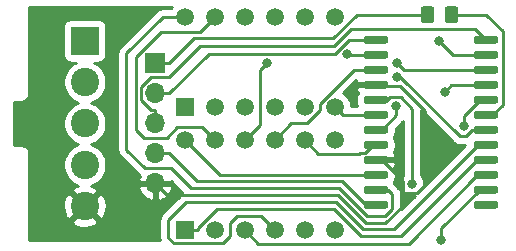
<source format=gbr>
G04 #@! TF.GenerationSoftware,KiCad,Pcbnew,5.1.5+dfsg1-2build2*
G04 #@! TF.CreationDate,2021-11-16T18:40:55-05:00*
G04 #@! TF.ProjectId,028INCH_8DIGIT,30323849-4e43-4485-9f38-44494749542e,rev?*
G04 #@! TF.SameCoordinates,Original*
G04 #@! TF.FileFunction,Copper,L2,Bot*
G04 #@! TF.FilePolarity,Positive*
%FSLAX46Y46*%
G04 Gerber Fmt 4.6, Leading zero omitted, Abs format (unit mm)*
G04 Created by KiCad (PCBNEW 5.1.5+dfsg1-2build2) date 2021-11-16 18:40:55*
%MOMM*%
%LPD*%
G04 APERTURE LIST*
%ADD10R,1.500000X1.500000*%
%ADD11C,1.500000*%
%ADD12C,0.100000*%
%ADD13O,1.700000X1.700000*%
%ADD14R,1.700000X1.700000*%
%ADD15C,2.400000*%
%ADD16R,2.400000X2.400000*%
%ADD17C,0.800000*%
%ADD18C,0.250000*%
%ADD19C,0.254000*%
G04 APERTURE END LIST*
D10*
X115138000Y-109100000D03*
D11*
X117678000Y-109100000D03*
X120218000Y-109100000D03*
X122758000Y-109100000D03*
X125298000Y-109100000D03*
X127838000Y-109100000D03*
X127838000Y-101480000D03*
X125298000Y-101480000D03*
X122758000Y-101480000D03*
X120218000Y-101480000D03*
X117678000Y-101480000D03*
X115138000Y-101480000D03*
D10*
X115138000Y-119520000D03*
D11*
X117678000Y-119520000D03*
X120218000Y-119520000D03*
X122758000Y-119520000D03*
X125298000Y-119520000D03*
X127838000Y-119520000D03*
X127838000Y-111900000D03*
X125298000Y-111900000D03*
X122758000Y-111900000D03*
X120218000Y-111900000D03*
X117678000Y-111900000D03*
X115138000Y-111900000D03*
G04 #@! TA.AperFunction,SMDPad,CuDef*
D12*
G36*
X141505703Y-117099722D02*
G01*
X141520264Y-117101882D01*
X141534543Y-117105459D01*
X141548403Y-117110418D01*
X141561710Y-117116712D01*
X141574336Y-117124280D01*
X141586159Y-117133048D01*
X141597066Y-117142934D01*
X141606952Y-117153841D01*
X141615720Y-117165664D01*
X141623288Y-117178290D01*
X141629582Y-117191597D01*
X141634541Y-117205457D01*
X141638118Y-117219736D01*
X141640278Y-117234297D01*
X141641000Y-117249000D01*
X141641000Y-117549000D01*
X141640278Y-117563703D01*
X141638118Y-117578264D01*
X141634541Y-117592543D01*
X141629582Y-117606403D01*
X141623288Y-117619710D01*
X141615720Y-117632336D01*
X141606952Y-117644159D01*
X141597066Y-117655066D01*
X141586159Y-117664952D01*
X141574336Y-117673720D01*
X141561710Y-117681288D01*
X141548403Y-117687582D01*
X141534543Y-117692541D01*
X141520264Y-117696118D01*
X141505703Y-117698278D01*
X141491000Y-117699000D01*
X139741000Y-117699000D01*
X139726297Y-117698278D01*
X139711736Y-117696118D01*
X139697457Y-117692541D01*
X139683597Y-117687582D01*
X139670290Y-117681288D01*
X139657664Y-117673720D01*
X139645841Y-117664952D01*
X139634934Y-117655066D01*
X139625048Y-117644159D01*
X139616280Y-117632336D01*
X139608712Y-117619710D01*
X139602418Y-117606403D01*
X139597459Y-117592543D01*
X139593882Y-117578264D01*
X139591722Y-117563703D01*
X139591000Y-117549000D01*
X139591000Y-117249000D01*
X139591722Y-117234297D01*
X139593882Y-117219736D01*
X139597459Y-117205457D01*
X139602418Y-117191597D01*
X139608712Y-117178290D01*
X139616280Y-117165664D01*
X139625048Y-117153841D01*
X139634934Y-117142934D01*
X139645841Y-117133048D01*
X139657664Y-117124280D01*
X139670290Y-117116712D01*
X139683597Y-117110418D01*
X139697457Y-117105459D01*
X139711736Y-117101882D01*
X139726297Y-117099722D01*
X139741000Y-117099000D01*
X141491000Y-117099000D01*
X141505703Y-117099722D01*
G37*
G04 #@! TD.AperFunction*
G04 #@! TA.AperFunction,SMDPad,CuDef*
G36*
X141505703Y-115829722D02*
G01*
X141520264Y-115831882D01*
X141534543Y-115835459D01*
X141548403Y-115840418D01*
X141561710Y-115846712D01*
X141574336Y-115854280D01*
X141586159Y-115863048D01*
X141597066Y-115872934D01*
X141606952Y-115883841D01*
X141615720Y-115895664D01*
X141623288Y-115908290D01*
X141629582Y-115921597D01*
X141634541Y-115935457D01*
X141638118Y-115949736D01*
X141640278Y-115964297D01*
X141641000Y-115979000D01*
X141641000Y-116279000D01*
X141640278Y-116293703D01*
X141638118Y-116308264D01*
X141634541Y-116322543D01*
X141629582Y-116336403D01*
X141623288Y-116349710D01*
X141615720Y-116362336D01*
X141606952Y-116374159D01*
X141597066Y-116385066D01*
X141586159Y-116394952D01*
X141574336Y-116403720D01*
X141561710Y-116411288D01*
X141548403Y-116417582D01*
X141534543Y-116422541D01*
X141520264Y-116426118D01*
X141505703Y-116428278D01*
X141491000Y-116429000D01*
X139741000Y-116429000D01*
X139726297Y-116428278D01*
X139711736Y-116426118D01*
X139697457Y-116422541D01*
X139683597Y-116417582D01*
X139670290Y-116411288D01*
X139657664Y-116403720D01*
X139645841Y-116394952D01*
X139634934Y-116385066D01*
X139625048Y-116374159D01*
X139616280Y-116362336D01*
X139608712Y-116349710D01*
X139602418Y-116336403D01*
X139597459Y-116322543D01*
X139593882Y-116308264D01*
X139591722Y-116293703D01*
X139591000Y-116279000D01*
X139591000Y-115979000D01*
X139591722Y-115964297D01*
X139593882Y-115949736D01*
X139597459Y-115935457D01*
X139602418Y-115921597D01*
X139608712Y-115908290D01*
X139616280Y-115895664D01*
X139625048Y-115883841D01*
X139634934Y-115872934D01*
X139645841Y-115863048D01*
X139657664Y-115854280D01*
X139670290Y-115846712D01*
X139683597Y-115840418D01*
X139697457Y-115835459D01*
X139711736Y-115831882D01*
X139726297Y-115829722D01*
X139741000Y-115829000D01*
X141491000Y-115829000D01*
X141505703Y-115829722D01*
G37*
G04 #@! TD.AperFunction*
G04 #@! TA.AperFunction,SMDPad,CuDef*
G36*
X141505703Y-114559722D02*
G01*
X141520264Y-114561882D01*
X141534543Y-114565459D01*
X141548403Y-114570418D01*
X141561710Y-114576712D01*
X141574336Y-114584280D01*
X141586159Y-114593048D01*
X141597066Y-114602934D01*
X141606952Y-114613841D01*
X141615720Y-114625664D01*
X141623288Y-114638290D01*
X141629582Y-114651597D01*
X141634541Y-114665457D01*
X141638118Y-114679736D01*
X141640278Y-114694297D01*
X141641000Y-114709000D01*
X141641000Y-115009000D01*
X141640278Y-115023703D01*
X141638118Y-115038264D01*
X141634541Y-115052543D01*
X141629582Y-115066403D01*
X141623288Y-115079710D01*
X141615720Y-115092336D01*
X141606952Y-115104159D01*
X141597066Y-115115066D01*
X141586159Y-115124952D01*
X141574336Y-115133720D01*
X141561710Y-115141288D01*
X141548403Y-115147582D01*
X141534543Y-115152541D01*
X141520264Y-115156118D01*
X141505703Y-115158278D01*
X141491000Y-115159000D01*
X139741000Y-115159000D01*
X139726297Y-115158278D01*
X139711736Y-115156118D01*
X139697457Y-115152541D01*
X139683597Y-115147582D01*
X139670290Y-115141288D01*
X139657664Y-115133720D01*
X139645841Y-115124952D01*
X139634934Y-115115066D01*
X139625048Y-115104159D01*
X139616280Y-115092336D01*
X139608712Y-115079710D01*
X139602418Y-115066403D01*
X139597459Y-115052543D01*
X139593882Y-115038264D01*
X139591722Y-115023703D01*
X139591000Y-115009000D01*
X139591000Y-114709000D01*
X139591722Y-114694297D01*
X139593882Y-114679736D01*
X139597459Y-114665457D01*
X139602418Y-114651597D01*
X139608712Y-114638290D01*
X139616280Y-114625664D01*
X139625048Y-114613841D01*
X139634934Y-114602934D01*
X139645841Y-114593048D01*
X139657664Y-114584280D01*
X139670290Y-114576712D01*
X139683597Y-114570418D01*
X139697457Y-114565459D01*
X139711736Y-114561882D01*
X139726297Y-114559722D01*
X139741000Y-114559000D01*
X141491000Y-114559000D01*
X141505703Y-114559722D01*
G37*
G04 #@! TD.AperFunction*
G04 #@! TA.AperFunction,SMDPad,CuDef*
G36*
X141505703Y-113289722D02*
G01*
X141520264Y-113291882D01*
X141534543Y-113295459D01*
X141548403Y-113300418D01*
X141561710Y-113306712D01*
X141574336Y-113314280D01*
X141586159Y-113323048D01*
X141597066Y-113332934D01*
X141606952Y-113343841D01*
X141615720Y-113355664D01*
X141623288Y-113368290D01*
X141629582Y-113381597D01*
X141634541Y-113395457D01*
X141638118Y-113409736D01*
X141640278Y-113424297D01*
X141641000Y-113439000D01*
X141641000Y-113739000D01*
X141640278Y-113753703D01*
X141638118Y-113768264D01*
X141634541Y-113782543D01*
X141629582Y-113796403D01*
X141623288Y-113809710D01*
X141615720Y-113822336D01*
X141606952Y-113834159D01*
X141597066Y-113845066D01*
X141586159Y-113854952D01*
X141574336Y-113863720D01*
X141561710Y-113871288D01*
X141548403Y-113877582D01*
X141534543Y-113882541D01*
X141520264Y-113886118D01*
X141505703Y-113888278D01*
X141491000Y-113889000D01*
X139741000Y-113889000D01*
X139726297Y-113888278D01*
X139711736Y-113886118D01*
X139697457Y-113882541D01*
X139683597Y-113877582D01*
X139670290Y-113871288D01*
X139657664Y-113863720D01*
X139645841Y-113854952D01*
X139634934Y-113845066D01*
X139625048Y-113834159D01*
X139616280Y-113822336D01*
X139608712Y-113809710D01*
X139602418Y-113796403D01*
X139597459Y-113782543D01*
X139593882Y-113768264D01*
X139591722Y-113753703D01*
X139591000Y-113739000D01*
X139591000Y-113439000D01*
X139591722Y-113424297D01*
X139593882Y-113409736D01*
X139597459Y-113395457D01*
X139602418Y-113381597D01*
X139608712Y-113368290D01*
X139616280Y-113355664D01*
X139625048Y-113343841D01*
X139634934Y-113332934D01*
X139645841Y-113323048D01*
X139657664Y-113314280D01*
X139670290Y-113306712D01*
X139683597Y-113300418D01*
X139697457Y-113295459D01*
X139711736Y-113291882D01*
X139726297Y-113289722D01*
X139741000Y-113289000D01*
X141491000Y-113289000D01*
X141505703Y-113289722D01*
G37*
G04 #@! TD.AperFunction*
G04 #@! TA.AperFunction,SMDPad,CuDef*
G36*
X141505703Y-112019722D02*
G01*
X141520264Y-112021882D01*
X141534543Y-112025459D01*
X141548403Y-112030418D01*
X141561710Y-112036712D01*
X141574336Y-112044280D01*
X141586159Y-112053048D01*
X141597066Y-112062934D01*
X141606952Y-112073841D01*
X141615720Y-112085664D01*
X141623288Y-112098290D01*
X141629582Y-112111597D01*
X141634541Y-112125457D01*
X141638118Y-112139736D01*
X141640278Y-112154297D01*
X141641000Y-112169000D01*
X141641000Y-112469000D01*
X141640278Y-112483703D01*
X141638118Y-112498264D01*
X141634541Y-112512543D01*
X141629582Y-112526403D01*
X141623288Y-112539710D01*
X141615720Y-112552336D01*
X141606952Y-112564159D01*
X141597066Y-112575066D01*
X141586159Y-112584952D01*
X141574336Y-112593720D01*
X141561710Y-112601288D01*
X141548403Y-112607582D01*
X141534543Y-112612541D01*
X141520264Y-112616118D01*
X141505703Y-112618278D01*
X141491000Y-112619000D01*
X139741000Y-112619000D01*
X139726297Y-112618278D01*
X139711736Y-112616118D01*
X139697457Y-112612541D01*
X139683597Y-112607582D01*
X139670290Y-112601288D01*
X139657664Y-112593720D01*
X139645841Y-112584952D01*
X139634934Y-112575066D01*
X139625048Y-112564159D01*
X139616280Y-112552336D01*
X139608712Y-112539710D01*
X139602418Y-112526403D01*
X139597459Y-112512543D01*
X139593882Y-112498264D01*
X139591722Y-112483703D01*
X139591000Y-112469000D01*
X139591000Y-112169000D01*
X139591722Y-112154297D01*
X139593882Y-112139736D01*
X139597459Y-112125457D01*
X139602418Y-112111597D01*
X139608712Y-112098290D01*
X139616280Y-112085664D01*
X139625048Y-112073841D01*
X139634934Y-112062934D01*
X139645841Y-112053048D01*
X139657664Y-112044280D01*
X139670290Y-112036712D01*
X139683597Y-112030418D01*
X139697457Y-112025459D01*
X139711736Y-112021882D01*
X139726297Y-112019722D01*
X139741000Y-112019000D01*
X141491000Y-112019000D01*
X141505703Y-112019722D01*
G37*
G04 #@! TD.AperFunction*
G04 #@! TA.AperFunction,SMDPad,CuDef*
G36*
X141505703Y-110749722D02*
G01*
X141520264Y-110751882D01*
X141534543Y-110755459D01*
X141548403Y-110760418D01*
X141561710Y-110766712D01*
X141574336Y-110774280D01*
X141586159Y-110783048D01*
X141597066Y-110792934D01*
X141606952Y-110803841D01*
X141615720Y-110815664D01*
X141623288Y-110828290D01*
X141629582Y-110841597D01*
X141634541Y-110855457D01*
X141638118Y-110869736D01*
X141640278Y-110884297D01*
X141641000Y-110899000D01*
X141641000Y-111199000D01*
X141640278Y-111213703D01*
X141638118Y-111228264D01*
X141634541Y-111242543D01*
X141629582Y-111256403D01*
X141623288Y-111269710D01*
X141615720Y-111282336D01*
X141606952Y-111294159D01*
X141597066Y-111305066D01*
X141586159Y-111314952D01*
X141574336Y-111323720D01*
X141561710Y-111331288D01*
X141548403Y-111337582D01*
X141534543Y-111342541D01*
X141520264Y-111346118D01*
X141505703Y-111348278D01*
X141491000Y-111349000D01*
X139741000Y-111349000D01*
X139726297Y-111348278D01*
X139711736Y-111346118D01*
X139697457Y-111342541D01*
X139683597Y-111337582D01*
X139670290Y-111331288D01*
X139657664Y-111323720D01*
X139645841Y-111314952D01*
X139634934Y-111305066D01*
X139625048Y-111294159D01*
X139616280Y-111282336D01*
X139608712Y-111269710D01*
X139602418Y-111256403D01*
X139597459Y-111242543D01*
X139593882Y-111228264D01*
X139591722Y-111213703D01*
X139591000Y-111199000D01*
X139591000Y-110899000D01*
X139591722Y-110884297D01*
X139593882Y-110869736D01*
X139597459Y-110855457D01*
X139602418Y-110841597D01*
X139608712Y-110828290D01*
X139616280Y-110815664D01*
X139625048Y-110803841D01*
X139634934Y-110792934D01*
X139645841Y-110783048D01*
X139657664Y-110774280D01*
X139670290Y-110766712D01*
X139683597Y-110760418D01*
X139697457Y-110755459D01*
X139711736Y-110751882D01*
X139726297Y-110749722D01*
X139741000Y-110749000D01*
X141491000Y-110749000D01*
X141505703Y-110749722D01*
G37*
G04 #@! TD.AperFunction*
G04 #@! TA.AperFunction,SMDPad,CuDef*
G36*
X141505703Y-109479722D02*
G01*
X141520264Y-109481882D01*
X141534543Y-109485459D01*
X141548403Y-109490418D01*
X141561710Y-109496712D01*
X141574336Y-109504280D01*
X141586159Y-109513048D01*
X141597066Y-109522934D01*
X141606952Y-109533841D01*
X141615720Y-109545664D01*
X141623288Y-109558290D01*
X141629582Y-109571597D01*
X141634541Y-109585457D01*
X141638118Y-109599736D01*
X141640278Y-109614297D01*
X141641000Y-109629000D01*
X141641000Y-109929000D01*
X141640278Y-109943703D01*
X141638118Y-109958264D01*
X141634541Y-109972543D01*
X141629582Y-109986403D01*
X141623288Y-109999710D01*
X141615720Y-110012336D01*
X141606952Y-110024159D01*
X141597066Y-110035066D01*
X141586159Y-110044952D01*
X141574336Y-110053720D01*
X141561710Y-110061288D01*
X141548403Y-110067582D01*
X141534543Y-110072541D01*
X141520264Y-110076118D01*
X141505703Y-110078278D01*
X141491000Y-110079000D01*
X139741000Y-110079000D01*
X139726297Y-110078278D01*
X139711736Y-110076118D01*
X139697457Y-110072541D01*
X139683597Y-110067582D01*
X139670290Y-110061288D01*
X139657664Y-110053720D01*
X139645841Y-110044952D01*
X139634934Y-110035066D01*
X139625048Y-110024159D01*
X139616280Y-110012336D01*
X139608712Y-109999710D01*
X139602418Y-109986403D01*
X139597459Y-109972543D01*
X139593882Y-109958264D01*
X139591722Y-109943703D01*
X139591000Y-109929000D01*
X139591000Y-109629000D01*
X139591722Y-109614297D01*
X139593882Y-109599736D01*
X139597459Y-109585457D01*
X139602418Y-109571597D01*
X139608712Y-109558290D01*
X139616280Y-109545664D01*
X139625048Y-109533841D01*
X139634934Y-109522934D01*
X139645841Y-109513048D01*
X139657664Y-109504280D01*
X139670290Y-109496712D01*
X139683597Y-109490418D01*
X139697457Y-109485459D01*
X139711736Y-109481882D01*
X139726297Y-109479722D01*
X139741000Y-109479000D01*
X141491000Y-109479000D01*
X141505703Y-109479722D01*
G37*
G04 #@! TD.AperFunction*
G04 #@! TA.AperFunction,SMDPad,CuDef*
G36*
X141505703Y-108209722D02*
G01*
X141520264Y-108211882D01*
X141534543Y-108215459D01*
X141548403Y-108220418D01*
X141561710Y-108226712D01*
X141574336Y-108234280D01*
X141586159Y-108243048D01*
X141597066Y-108252934D01*
X141606952Y-108263841D01*
X141615720Y-108275664D01*
X141623288Y-108288290D01*
X141629582Y-108301597D01*
X141634541Y-108315457D01*
X141638118Y-108329736D01*
X141640278Y-108344297D01*
X141641000Y-108359000D01*
X141641000Y-108659000D01*
X141640278Y-108673703D01*
X141638118Y-108688264D01*
X141634541Y-108702543D01*
X141629582Y-108716403D01*
X141623288Y-108729710D01*
X141615720Y-108742336D01*
X141606952Y-108754159D01*
X141597066Y-108765066D01*
X141586159Y-108774952D01*
X141574336Y-108783720D01*
X141561710Y-108791288D01*
X141548403Y-108797582D01*
X141534543Y-108802541D01*
X141520264Y-108806118D01*
X141505703Y-108808278D01*
X141491000Y-108809000D01*
X139741000Y-108809000D01*
X139726297Y-108808278D01*
X139711736Y-108806118D01*
X139697457Y-108802541D01*
X139683597Y-108797582D01*
X139670290Y-108791288D01*
X139657664Y-108783720D01*
X139645841Y-108774952D01*
X139634934Y-108765066D01*
X139625048Y-108754159D01*
X139616280Y-108742336D01*
X139608712Y-108729710D01*
X139602418Y-108716403D01*
X139597459Y-108702543D01*
X139593882Y-108688264D01*
X139591722Y-108673703D01*
X139591000Y-108659000D01*
X139591000Y-108359000D01*
X139591722Y-108344297D01*
X139593882Y-108329736D01*
X139597459Y-108315457D01*
X139602418Y-108301597D01*
X139608712Y-108288290D01*
X139616280Y-108275664D01*
X139625048Y-108263841D01*
X139634934Y-108252934D01*
X139645841Y-108243048D01*
X139657664Y-108234280D01*
X139670290Y-108226712D01*
X139683597Y-108220418D01*
X139697457Y-108215459D01*
X139711736Y-108211882D01*
X139726297Y-108209722D01*
X139741000Y-108209000D01*
X141491000Y-108209000D01*
X141505703Y-108209722D01*
G37*
G04 #@! TD.AperFunction*
G04 #@! TA.AperFunction,SMDPad,CuDef*
G36*
X141505703Y-106939722D02*
G01*
X141520264Y-106941882D01*
X141534543Y-106945459D01*
X141548403Y-106950418D01*
X141561710Y-106956712D01*
X141574336Y-106964280D01*
X141586159Y-106973048D01*
X141597066Y-106982934D01*
X141606952Y-106993841D01*
X141615720Y-107005664D01*
X141623288Y-107018290D01*
X141629582Y-107031597D01*
X141634541Y-107045457D01*
X141638118Y-107059736D01*
X141640278Y-107074297D01*
X141641000Y-107089000D01*
X141641000Y-107389000D01*
X141640278Y-107403703D01*
X141638118Y-107418264D01*
X141634541Y-107432543D01*
X141629582Y-107446403D01*
X141623288Y-107459710D01*
X141615720Y-107472336D01*
X141606952Y-107484159D01*
X141597066Y-107495066D01*
X141586159Y-107504952D01*
X141574336Y-107513720D01*
X141561710Y-107521288D01*
X141548403Y-107527582D01*
X141534543Y-107532541D01*
X141520264Y-107536118D01*
X141505703Y-107538278D01*
X141491000Y-107539000D01*
X139741000Y-107539000D01*
X139726297Y-107538278D01*
X139711736Y-107536118D01*
X139697457Y-107532541D01*
X139683597Y-107527582D01*
X139670290Y-107521288D01*
X139657664Y-107513720D01*
X139645841Y-107504952D01*
X139634934Y-107495066D01*
X139625048Y-107484159D01*
X139616280Y-107472336D01*
X139608712Y-107459710D01*
X139602418Y-107446403D01*
X139597459Y-107432543D01*
X139593882Y-107418264D01*
X139591722Y-107403703D01*
X139591000Y-107389000D01*
X139591000Y-107089000D01*
X139591722Y-107074297D01*
X139593882Y-107059736D01*
X139597459Y-107045457D01*
X139602418Y-107031597D01*
X139608712Y-107018290D01*
X139616280Y-107005664D01*
X139625048Y-106993841D01*
X139634934Y-106982934D01*
X139645841Y-106973048D01*
X139657664Y-106964280D01*
X139670290Y-106956712D01*
X139683597Y-106950418D01*
X139697457Y-106945459D01*
X139711736Y-106941882D01*
X139726297Y-106939722D01*
X139741000Y-106939000D01*
X141491000Y-106939000D01*
X141505703Y-106939722D01*
G37*
G04 #@! TD.AperFunction*
G04 #@! TA.AperFunction,SMDPad,CuDef*
G36*
X141505703Y-105669722D02*
G01*
X141520264Y-105671882D01*
X141534543Y-105675459D01*
X141548403Y-105680418D01*
X141561710Y-105686712D01*
X141574336Y-105694280D01*
X141586159Y-105703048D01*
X141597066Y-105712934D01*
X141606952Y-105723841D01*
X141615720Y-105735664D01*
X141623288Y-105748290D01*
X141629582Y-105761597D01*
X141634541Y-105775457D01*
X141638118Y-105789736D01*
X141640278Y-105804297D01*
X141641000Y-105819000D01*
X141641000Y-106119000D01*
X141640278Y-106133703D01*
X141638118Y-106148264D01*
X141634541Y-106162543D01*
X141629582Y-106176403D01*
X141623288Y-106189710D01*
X141615720Y-106202336D01*
X141606952Y-106214159D01*
X141597066Y-106225066D01*
X141586159Y-106234952D01*
X141574336Y-106243720D01*
X141561710Y-106251288D01*
X141548403Y-106257582D01*
X141534543Y-106262541D01*
X141520264Y-106266118D01*
X141505703Y-106268278D01*
X141491000Y-106269000D01*
X139741000Y-106269000D01*
X139726297Y-106268278D01*
X139711736Y-106266118D01*
X139697457Y-106262541D01*
X139683597Y-106257582D01*
X139670290Y-106251288D01*
X139657664Y-106243720D01*
X139645841Y-106234952D01*
X139634934Y-106225066D01*
X139625048Y-106214159D01*
X139616280Y-106202336D01*
X139608712Y-106189710D01*
X139602418Y-106176403D01*
X139597459Y-106162543D01*
X139593882Y-106148264D01*
X139591722Y-106133703D01*
X139591000Y-106119000D01*
X139591000Y-105819000D01*
X139591722Y-105804297D01*
X139593882Y-105789736D01*
X139597459Y-105775457D01*
X139602418Y-105761597D01*
X139608712Y-105748290D01*
X139616280Y-105735664D01*
X139625048Y-105723841D01*
X139634934Y-105712934D01*
X139645841Y-105703048D01*
X139657664Y-105694280D01*
X139670290Y-105686712D01*
X139683597Y-105680418D01*
X139697457Y-105675459D01*
X139711736Y-105671882D01*
X139726297Y-105669722D01*
X139741000Y-105669000D01*
X141491000Y-105669000D01*
X141505703Y-105669722D01*
G37*
G04 #@! TD.AperFunction*
G04 #@! TA.AperFunction,SMDPad,CuDef*
G36*
X141505703Y-104399722D02*
G01*
X141520264Y-104401882D01*
X141534543Y-104405459D01*
X141548403Y-104410418D01*
X141561710Y-104416712D01*
X141574336Y-104424280D01*
X141586159Y-104433048D01*
X141597066Y-104442934D01*
X141606952Y-104453841D01*
X141615720Y-104465664D01*
X141623288Y-104478290D01*
X141629582Y-104491597D01*
X141634541Y-104505457D01*
X141638118Y-104519736D01*
X141640278Y-104534297D01*
X141641000Y-104549000D01*
X141641000Y-104849000D01*
X141640278Y-104863703D01*
X141638118Y-104878264D01*
X141634541Y-104892543D01*
X141629582Y-104906403D01*
X141623288Y-104919710D01*
X141615720Y-104932336D01*
X141606952Y-104944159D01*
X141597066Y-104955066D01*
X141586159Y-104964952D01*
X141574336Y-104973720D01*
X141561710Y-104981288D01*
X141548403Y-104987582D01*
X141534543Y-104992541D01*
X141520264Y-104996118D01*
X141505703Y-104998278D01*
X141491000Y-104999000D01*
X139741000Y-104999000D01*
X139726297Y-104998278D01*
X139711736Y-104996118D01*
X139697457Y-104992541D01*
X139683597Y-104987582D01*
X139670290Y-104981288D01*
X139657664Y-104973720D01*
X139645841Y-104964952D01*
X139634934Y-104955066D01*
X139625048Y-104944159D01*
X139616280Y-104932336D01*
X139608712Y-104919710D01*
X139602418Y-104906403D01*
X139597459Y-104892543D01*
X139593882Y-104878264D01*
X139591722Y-104863703D01*
X139591000Y-104849000D01*
X139591000Y-104549000D01*
X139591722Y-104534297D01*
X139593882Y-104519736D01*
X139597459Y-104505457D01*
X139602418Y-104491597D01*
X139608712Y-104478290D01*
X139616280Y-104465664D01*
X139625048Y-104453841D01*
X139634934Y-104442934D01*
X139645841Y-104433048D01*
X139657664Y-104424280D01*
X139670290Y-104416712D01*
X139683597Y-104410418D01*
X139697457Y-104405459D01*
X139711736Y-104401882D01*
X139726297Y-104399722D01*
X139741000Y-104399000D01*
X141491000Y-104399000D01*
X141505703Y-104399722D01*
G37*
G04 #@! TD.AperFunction*
G04 #@! TA.AperFunction,SMDPad,CuDef*
G36*
X141505703Y-103129722D02*
G01*
X141520264Y-103131882D01*
X141534543Y-103135459D01*
X141548403Y-103140418D01*
X141561710Y-103146712D01*
X141574336Y-103154280D01*
X141586159Y-103163048D01*
X141597066Y-103172934D01*
X141606952Y-103183841D01*
X141615720Y-103195664D01*
X141623288Y-103208290D01*
X141629582Y-103221597D01*
X141634541Y-103235457D01*
X141638118Y-103249736D01*
X141640278Y-103264297D01*
X141641000Y-103279000D01*
X141641000Y-103579000D01*
X141640278Y-103593703D01*
X141638118Y-103608264D01*
X141634541Y-103622543D01*
X141629582Y-103636403D01*
X141623288Y-103649710D01*
X141615720Y-103662336D01*
X141606952Y-103674159D01*
X141597066Y-103685066D01*
X141586159Y-103694952D01*
X141574336Y-103703720D01*
X141561710Y-103711288D01*
X141548403Y-103717582D01*
X141534543Y-103722541D01*
X141520264Y-103726118D01*
X141505703Y-103728278D01*
X141491000Y-103729000D01*
X139741000Y-103729000D01*
X139726297Y-103728278D01*
X139711736Y-103726118D01*
X139697457Y-103722541D01*
X139683597Y-103717582D01*
X139670290Y-103711288D01*
X139657664Y-103703720D01*
X139645841Y-103694952D01*
X139634934Y-103685066D01*
X139625048Y-103674159D01*
X139616280Y-103662336D01*
X139608712Y-103649710D01*
X139602418Y-103636403D01*
X139597459Y-103622543D01*
X139593882Y-103608264D01*
X139591722Y-103593703D01*
X139591000Y-103579000D01*
X139591000Y-103279000D01*
X139591722Y-103264297D01*
X139593882Y-103249736D01*
X139597459Y-103235457D01*
X139602418Y-103221597D01*
X139608712Y-103208290D01*
X139616280Y-103195664D01*
X139625048Y-103183841D01*
X139634934Y-103172934D01*
X139645841Y-103163048D01*
X139657664Y-103154280D01*
X139670290Y-103146712D01*
X139683597Y-103140418D01*
X139697457Y-103135459D01*
X139711736Y-103131882D01*
X139726297Y-103129722D01*
X139741000Y-103129000D01*
X141491000Y-103129000D01*
X141505703Y-103129722D01*
G37*
G04 #@! TD.AperFunction*
G04 #@! TA.AperFunction,SMDPad,CuDef*
G36*
X132205703Y-103129722D02*
G01*
X132220264Y-103131882D01*
X132234543Y-103135459D01*
X132248403Y-103140418D01*
X132261710Y-103146712D01*
X132274336Y-103154280D01*
X132286159Y-103163048D01*
X132297066Y-103172934D01*
X132306952Y-103183841D01*
X132315720Y-103195664D01*
X132323288Y-103208290D01*
X132329582Y-103221597D01*
X132334541Y-103235457D01*
X132338118Y-103249736D01*
X132340278Y-103264297D01*
X132341000Y-103279000D01*
X132341000Y-103579000D01*
X132340278Y-103593703D01*
X132338118Y-103608264D01*
X132334541Y-103622543D01*
X132329582Y-103636403D01*
X132323288Y-103649710D01*
X132315720Y-103662336D01*
X132306952Y-103674159D01*
X132297066Y-103685066D01*
X132286159Y-103694952D01*
X132274336Y-103703720D01*
X132261710Y-103711288D01*
X132248403Y-103717582D01*
X132234543Y-103722541D01*
X132220264Y-103726118D01*
X132205703Y-103728278D01*
X132191000Y-103729000D01*
X130441000Y-103729000D01*
X130426297Y-103728278D01*
X130411736Y-103726118D01*
X130397457Y-103722541D01*
X130383597Y-103717582D01*
X130370290Y-103711288D01*
X130357664Y-103703720D01*
X130345841Y-103694952D01*
X130334934Y-103685066D01*
X130325048Y-103674159D01*
X130316280Y-103662336D01*
X130308712Y-103649710D01*
X130302418Y-103636403D01*
X130297459Y-103622543D01*
X130293882Y-103608264D01*
X130291722Y-103593703D01*
X130291000Y-103579000D01*
X130291000Y-103279000D01*
X130291722Y-103264297D01*
X130293882Y-103249736D01*
X130297459Y-103235457D01*
X130302418Y-103221597D01*
X130308712Y-103208290D01*
X130316280Y-103195664D01*
X130325048Y-103183841D01*
X130334934Y-103172934D01*
X130345841Y-103163048D01*
X130357664Y-103154280D01*
X130370290Y-103146712D01*
X130383597Y-103140418D01*
X130397457Y-103135459D01*
X130411736Y-103131882D01*
X130426297Y-103129722D01*
X130441000Y-103129000D01*
X132191000Y-103129000D01*
X132205703Y-103129722D01*
G37*
G04 #@! TD.AperFunction*
G04 #@! TA.AperFunction,SMDPad,CuDef*
G36*
X132205703Y-104399722D02*
G01*
X132220264Y-104401882D01*
X132234543Y-104405459D01*
X132248403Y-104410418D01*
X132261710Y-104416712D01*
X132274336Y-104424280D01*
X132286159Y-104433048D01*
X132297066Y-104442934D01*
X132306952Y-104453841D01*
X132315720Y-104465664D01*
X132323288Y-104478290D01*
X132329582Y-104491597D01*
X132334541Y-104505457D01*
X132338118Y-104519736D01*
X132340278Y-104534297D01*
X132341000Y-104549000D01*
X132341000Y-104849000D01*
X132340278Y-104863703D01*
X132338118Y-104878264D01*
X132334541Y-104892543D01*
X132329582Y-104906403D01*
X132323288Y-104919710D01*
X132315720Y-104932336D01*
X132306952Y-104944159D01*
X132297066Y-104955066D01*
X132286159Y-104964952D01*
X132274336Y-104973720D01*
X132261710Y-104981288D01*
X132248403Y-104987582D01*
X132234543Y-104992541D01*
X132220264Y-104996118D01*
X132205703Y-104998278D01*
X132191000Y-104999000D01*
X130441000Y-104999000D01*
X130426297Y-104998278D01*
X130411736Y-104996118D01*
X130397457Y-104992541D01*
X130383597Y-104987582D01*
X130370290Y-104981288D01*
X130357664Y-104973720D01*
X130345841Y-104964952D01*
X130334934Y-104955066D01*
X130325048Y-104944159D01*
X130316280Y-104932336D01*
X130308712Y-104919710D01*
X130302418Y-104906403D01*
X130297459Y-104892543D01*
X130293882Y-104878264D01*
X130291722Y-104863703D01*
X130291000Y-104849000D01*
X130291000Y-104549000D01*
X130291722Y-104534297D01*
X130293882Y-104519736D01*
X130297459Y-104505457D01*
X130302418Y-104491597D01*
X130308712Y-104478290D01*
X130316280Y-104465664D01*
X130325048Y-104453841D01*
X130334934Y-104442934D01*
X130345841Y-104433048D01*
X130357664Y-104424280D01*
X130370290Y-104416712D01*
X130383597Y-104410418D01*
X130397457Y-104405459D01*
X130411736Y-104401882D01*
X130426297Y-104399722D01*
X130441000Y-104399000D01*
X132191000Y-104399000D01*
X132205703Y-104399722D01*
G37*
G04 #@! TD.AperFunction*
G04 #@! TA.AperFunction,SMDPad,CuDef*
G36*
X132205703Y-105669722D02*
G01*
X132220264Y-105671882D01*
X132234543Y-105675459D01*
X132248403Y-105680418D01*
X132261710Y-105686712D01*
X132274336Y-105694280D01*
X132286159Y-105703048D01*
X132297066Y-105712934D01*
X132306952Y-105723841D01*
X132315720Y-105735664D01*
X132323288Y-105748290D01*
X132329582Y-105761597D01*
X132334541Y-105775457D01*
X132338118Y-105789736D01*
X132340278Y-105804297D01*
X132341000Y-105819000D01*
X132341000Y-106119000D01*
X132340278Y-106133703D01*
X132338118Y-106148264D01*
X132334541Y-106162543D01*
X132329582Y-106176403D01*
X132323288Y-106189710D01*
X132315720Y-106202336D01*
X132306952Y-106214159D01*
X132297066Y-106225066D01*
X132286159Y-106234952D01*
X132274336Y-106243720D01*
X132261710Y-106251288D01*
X132248403Y-106257582D01*
X132234543Y-106262541D01*
X132220264Y-106266118D01*
X132205703Y-106268278D01*
X132191000Y-106269000D01*
X130441000Y-106269000D01*
X130426297Y-106268278D01*
X130411736Y-106266118D01*
X130397457Y-106262541D01*
X130383597Y-106257582D01*
X130370290Y-106251288D01*
X130357664Y-106243720D01*
X130345841Y-106234952D01*
X130334934Y-106225066D01*
X130325048Y-106214159D01*
X130316280Y-106202336D01*
X130308712Y-106189710D01*
X130302418Y-106176403D01*
X130297459Y-106162543D01*
X130293882Y-106148264D01*
X130291722Y-106133703D01*
X130291000Y-106119000D01*
X130291000Y-105819000D01*
X130291722Y-105804297D01*
X130293882Y-105789736D01*
X130297459Y-105775457D01*
X130302418Y-105761597D01*
X130308712Y-105748290D01*
X130316280Y-105735664D01*
X130325048Y-105723841D01*
X130334934Y-105712934D01*
X130345841Y-105703048D01*
X130357664Y-105694280D01*
X130370290Y-105686712D01*
X130383597Y-105680418D01*
X130397457Y-105675459D01*
X130411736Y-105671882D01*
X130426297Y-105669722D01*
X130441000Y-105669000D01*
X132191000Y-105669000D01*
X132205703Y-105669722D01*
G37*
G04 #@! TD.AperFunction*
G04 #@! TA.AperFunction,SMDPad,CuDef*
G36*
X132205703Y-106939722D02*
G01*
X132220264Y-106941882D01*
X132234543Y-106945459D01*
X132248403Y-106950418D01*
X132261710Y-106956712D01*
X132274336Y-106964280D01*
X132286159Y-106973048D01*
X132297066Y-106982934D01*
X132306952Y-106993841D01*
X132315720Y-107005664D01*
X132323288Y-107018290D01*
X132329582Y-107031597D01*
X132334541Y-107045457D01*
X132338118Y-107059736D01*
X132340278Y-107074297D01*
X132341000Y-107089000D01*
X132341000Y-107389000D01*
X132340278Y-107403703D01*
X132338118Y-107418264D01*
X132334541Y-107432543D01*
X132329582Y-107446403D01*
X132323288Y-107459710D01*
X132315720Y-107472336D01*
X132306952Y-107484159D01*
X132297066Y-107495066D01*
X132286159Y-107504952D01*
X132274336Y-107513720D01*
X132261710Y-107521288D01*
X132248403Y-107527582D01*
X132234543Y-107532541D01*
X132220264Y-107536118D01*
X132205703Y-107538278D01*
X132191000Y-107539000D01*
X130441000Y-107539000D01*
X130426297Y-107538278D01*
X130411736Y-107536118D01*
X130397457Y-107532541D01*
X130383597Y-107527582D01*
X130370290Y-107521288D01*
X130357664Y-107513720D01*
X130345841Y-107504952D01*
X130334934Y-107495066D01*
X130325048Y-107484159D01*
X130316280Y-107472336D01*
X130308712Y-107459710D01*
X130302418Y-107446403D01*
X130297459Y-107432543D01*
X130293882Y-107418264D01*
X130291722Y-107403703D01*
X130291000Y-107389000D01*
X130291000Y-107089000D01*
X130291722Y-107074297D01*
X130293882Y-107059736D01*
X130297459Y-107045457D01*
X130302418Y-107031597D01*
X130308712Y-107018290D01*
X130316280Y-107005664D01*
X130325048Y-106993841D01*
X130334934Y-106982934D01*
X130345841Y-106973048D01*
X130357664Y-106964280D01*
X130370290Y-106956712D01*
X130383597Y-106950418D01*
X130397457Y-106945459D01*
X130411736Y-106941882D01*
X130426297Y-106939722D01*
X130441000Y-106939000D01*
X132191000Y-106939000D01*
X132205703Y-106939722D01*
G37*
G04 #@! TD.AperFunction*
G04 #@! TA.AperFunction,SMDPad,CuDef*
G36*
X132205703Y-108209722D02*
G01*
X132220264Y-108211882D01*
X132234543Y-108215459D01*
X132248403Y-108220418D01*
X132261710Y-108226712D01*
X132274336Y-108234280D01*
X132286159Y-108243048D01*
X132297066Y-108252934D01*
X132306952Y-108263841D01*
X132315720Y-108275664D01*
X132323288Y-108288290D01*
X132329582Y-108301597D01*
X132334541Y-108315457D01*
X132338118Y-108329736D01*
X132340278Y-108344297D01*
X132341000Y-108359000D01*
X132341000Y-108659000D01*
X132340278Y-108673703D01*
X132338118Y-108688264D01*
X132334541Y-108702543D01*
X132329582Y-108716403D01*
X132323288Y-108729710D01*
X132315720Y-108742336D01*
X132306952Y-108754159D01*
X132297066Y-108765066D01*
X132286159Y-108774952D01*
X132274336Y-108783720D01*
X132261710Y-108791288D01*
X132248403Y-108797582D01*
X132234543Y-108802541D01*
X132220264Y-108806118D01*
X132205703Y-108808278D01*
X132191000Y-108809000D01*
X130441000Y-108809000D01*
X130426297Y-108808278D01*
X130411736Y-108806118D01*
X130397457Y-108802541D01*
X130383597Y-108797582D01*
X130370290Y-108791288D01*
X130357664Y-108783720D01*
X130345841Y-108774952D01*
X130334934Y-108765066D01*
X130325048Y-108754159D01*
X130316280Y-108742336D01*
X130308712Y-108729710D01*
X130302418Y-108716403D01*
X130297459Y-108702543D01*
X130293882Y-108688264D01*
X130291722Y-108673703D01*
X130291000Y-108659000D01*
X130291000Y-108359000D01*
X130291722Y-108344297D01*
X130293882Y-108329736D01*
X130297459Y-108315457D01*
X130302418Y-108301597D01*
X130308712Y-108288290D01*
X130316280Y-108275664D01*
X130325048Y-108263841D01*
X130334934Y-108252934D01*
X130345841Y-108243048D01*
X130357664Y-108234280D01*
X130370290Y-108226712D01*
X130383597Y-108220418D01*
X130397457Y-108215459D01*
X130411736Y-108211882D01*
X130426297Y-108209722D01*
X130441000Y-108209000D01*
X132191000Y-108209000D01*
X132205703Y-108209722D01*
G37*
G04 #@! TD.AperFunction*
G04 #@! TA.AperFunction,SMDPad,CuDef*
G36*
X132205703Y-109479722D02*
G01*
X132220264Y-109481882D01*
X132234543Y-109485459D01*
X132248403Y-109490418D01*
X132261710Y-109496712D01*
X132274336Y-109504280D01*
X132286159Y-109513048D01*
X132297066Y-109522934D01*
X132306952Y-109533841D01*
X132315720Y-109545664D01*
X132323288Y-109558290D01*
X132329582Y-109571597D01*
X132334541Y-109585457D01*
X132338118Y-109599736D01*
X132340278Y-109614297D01*
X132341000Y-109629000D01*
X132341000Y-109929000D01*
X132340278Y-109943703D01*
X132338118Y-109958264D01*
X132334541Y-109972543D01*
X132329582Y-109986403D01*
X132323288Y-109999710D01*
X132315720Y-110012336D01*
X132306952Y-110024159D01*
X132297066Y-110035066D01*
X132286159Y-110044952D01*
X132274336Y-110053720D01*
X132261710Y-110061288D01*
X132248403Y-110067582D01*
X132234543Y-110072541D01*
X132220264Y-110076118D01*
X132205703Y-110078278D01*
X132191000Y-110079000D01*
X130441000Y-110079000D01*
X130426297Y-110078278D01*
X130411736Y-110076118D01*
X130397457Y-110072541D01*
X130383597Y-110067582D01*
X130370290Y-110061288D01*
X130357664Y-110053720D01*
X130345841Y-110044952D01*
X130334934Y-110035066D01*
X130325048Y-110024159D01*
X130316280Y-110012336D01*
X130308712Y-109999710D01*
X130302418Y-109986403D01*
X130297459Y-109972543D01*
X130293882Y-109958264D01*
X130291722Y-109943703D01*
X130291000Y-109929000D01*
X130291000Y-109629000D01*
X130291722Y-109614297D01*
X130293882Y-109599736D01*
X130297459Y-109585457D01*
X130302418Y-109571597D01*
X130308712Y-109558290D01*
X130316280Y-109545664D01*
X130325048Y-109533841D01*
X130334934Y-109522934D01*
X130345841Y-109513048D01*
X130357664Y-109504280D01*
X130370290Y-109496712D01*
X130383597Y-109490418D01*
X130397457Y-109485459D01*
X130411736Y-109481882D01*
X130426297Y-109479722D01*
X130441000Y-109479000D01*
X132191000Y-109479000D01*
X132205703Y-109479722D01*
G37*
G04 #@! TD.AperFunction*
G04 #@! TA.AperFunction,SMDPad,CuDef*
G36*
X132205703Y-110749722D02*
G01*
X132220264Y-110751882D01*
X132234543Y-110755459D01*
X132248403Y-110760418D01*
X132261710Y-110766712D01*
X132274336Y-110774280D01*
X132286159Y-110783048D01*
X132297066Y-110792934D01*
X132306952Y-110803841D01*
X132315720Y-110815664D01*
X132323288Y-110828290D01*
X132329582Y-110841597D01*
X132334541Y-110855457D01*
X132338118Y-110869736D01*
X132340278Y-110884297D01*
X132341000Y-110899000D01*
X132341000Y-111199000D01*
X132340278Y-111213703D01*
X132338118Y-111228264D01*
X132334541Y-111242543D01*
X132329582Y-111256403D01*
X132323288Y-111269710D01*
X132315720Y-111282336D01*
X132306952Y-111294159D01*
X132297066Y-111305066D01*
X132286159Y-111314952D01*
X132274336Y-111323720D01*
X132261710Y-111331288D01*
X132248403Y-111337582D01*
X132234543Y-111342541D01*
X132220264Y-111346118D01*
X132205703Y-111348278D01*
X132191000Y-111349000D01*
X130441000Y-111349000D01*
X130426297Y-111348278D01*
X130411736Y-111346118D01*
X130397457Y-111342541D01*
X130383597Y-111337582D01*
X130370290Y-111331288D01*
X130357664Y-111323720D01*
X130345841Y-111314952D01*
X130334934Y-111305066D01*
X130325048Y-111294159D01*
X130316280Y-111282336D01*
X130308712Y-111269710D01*
X130302418Y-111256403D01*
X130297459Y-111242543D01*
X130293882Y-111228264D01*
X130291722Y-111213703D01*
X130291000Y-111199000D01*
X130291000Y-110899000D01*
X130291722Y-110884297D01*
X130293882Y-110869736D01*
X130297459Y-110855457D01*
X130302418Y-110841597D01*
X130308712Y-110828290D01*
X130316280Y-110815664D01*
X130325048Y-110803841D01*
X130334934Y-110792934D01*
X130345841Y-110783048D01*
X130357664Y-110774280D01*
X130370290Y-110766712D01*
X130383597Y-110760418D01*
X130397457Y-110755459D01*
X130411736Y-110751882D01*
X130426297Y-110749722D01*
X130441000Y-110749000D01*
X132191000Y-110749000D01*
X132205703Y-110749722D01*
G37*
G04 #@! TD.AperFunction*
G04 #@! TA.AperFunction,SMDPad,CuDef*
G36*
X132205703Y-112019722D02*
G01*
X132220264Y-112021882D01*
X132234543Y-112025459D01*
X132248403Y-112030418D01*
X132261710Y-112036712D01*
X132274336Y-112044280D01*
X132286159Y-112053048D01*
X132297066Y-112062934D01*
X132306952Y-112073841D01*
X132315720Y-112085664D01*
X132323288Y-112098290D01*
X132329582Y-112111597D01*
X132334541Y-112125457D01*
X132338118Y-112139736D01*
X132340278Y-112154297D01*
X132341000Y-112169000D01*
X132341000Y-112469000D01*
X132340278Y-112483703D01*
X132338118Y-112498264D01*
X132334541Y-112512543D01*
X132329582Y-112526403D01*
X132323288Y-112539710D01*
X132315720Y-112552336D01*
X132306952Y-112564159D01*
X132297066Y-112575066D01*
X132286159Y-112584952D01*
X132274336Y-112593720D01*
X132261710Y-112601288D01*
X132248403Y-112607582D01*
X132234543Y-112612541D01*
X132220264Y-112616118D01*
X132205703Y-112618278D01*
X132191000Y-112619000D01*
X130441000Y-112619000D01*
X130426297Y-112618278D01*
X130411736Y-112616118D01*
X130397457Y-112612541D01*
X130383597Y-112607582D01*
X130370290Y-112601288D01*
X130357664Y-112593720D01*
X130345841Y-112584952D01*
X130334934Y-112575066D01*
X130325048Y-112564159D01*
X130316280Y-112552336D01*
X130308712Y-112539710D01*
X130302418Y-112526403D01*
X130297459Y-112512543D01*
X130293882Y-112498264D01*
X130291722Y-112483703D01*
X130291000Y-112469000D01*
X130291000Y-112169000D01*
X130291722Y-112154297D01*
X130293882Y-112139736D01*
X130297459Y-112125457D01*
X130302418Y-112111597D01*
X130308712Y-112098290D01*
X130316280Y-112085664D01*
X130325048Y-112073841D01*
X130334934Y-112062934D01*
X130345841Y-112053048D01*
X130357664Y-112044280D01*
X130370290Y-112036712D01*
X130383597Y-112030418D01*
X130397457Y-112025459D01*
X130411736Y-112021882D01*
X130426297Y-112019722D01*
X130441000Y-112019000D01*
X132191000Y-112019000D01*
X132205703Y-112019722D01*
G37*
G04 #@! TD.AperFunction*
G04 #@! TA.AperFunction,SMDPad,CuDef*
G36*
X132205703Y-113289722D02*
G01*
X132220264Y-113291882D01*
X132234543Y-113295459D01*
X132248403Y-113300418D01*
X132261710Y-113306712D01*
X132274336Y-113314280D01*
X132286159Y-113323048D01*
X132297066Y-113332934D01*
X132306952Y-113343841D01*
X132315720Y-113355664D01*
X132323288Y-113368290D01*
X132329582Y-113381597D01*
X132334541Y-113395457D01*
X132338118Y-113409736D01*
X132340278Y-113424297D01*
X132341000Y-113439000D01*
X132341000Y-113739000D01*
X132340278Y-113753703D01*
X132338118Y-113768264D01*
X132334541Y-113782543D01*
X132329582Y-113796403D01*
X132323288Y-113809710D01*
X132315720Y-113822336D01*
X132306952Y-113834159D01*
X132297066Y-113845066D01*
X132286159Y-113854952D01*
X132274336Y-113863720D01*
X132261710Y-113871288D01*
X132248403Y-113877582D01*
X132234543Y-113882541D01*
X132220264Y-113886118D01*
X132205703Y-113888278D01*
X132191000Y-113889000D01*
X130441000Y-113889000D01*
X130426297Y-113888278D01*
X130411736Y-113886118D01*
X130397457Y-113882541D01*
X130383597Y-113877582D01*
X130370290Y-113871288D01*
X130357664Y-113863720D01*
X130345841Y-113854952D01*
X130334934Y-113845066D01*
X130325048Y-113834159D01*
X130316280Y-113822336D01*
X130308712Y-113809710D01*
X130302418Y-113796403D01*
X130297459Y-113782543D01*
X130293882Y-113768264D01*
X130291722Y-113753703D01*
X130291000Y-113739000D01*
X130291000Y-113439000D01*
X130291722Y-113424297D01*
X130293882Y-113409736D01*
X130297459Y-113395457D01*
X130302418Y-113381597D01*
X130308712Y-113368290D01*
X130316280Y-113355664D01*
X130325048Y-113343841D01*
X130334934Y-113332934D01*
X130345841Y-113323048D01*
X130357664Y-113314280D01*
X130370290Y-113306712D01*
X130383597Y-113300418D01*
X130397457Y-113295459D01*
X130411736Y-113291882D01*
X130426297Y-113289722D01*
X130441000Y-113289000D01*
X132191000Y-113289000D01*
X132205703Y-113289722D01*
G37*
G04 #@! TD.AperFunction*
G04 #@! TA.AperFunction,SMDPad,CuDef*
G36*
X132205703Y-114559722D02*
G01*
X132220264Y-114561882D01*
X132234543Y-114565459D01*
X132248403Y-114570418D01*
X132261710Y-114576712D01*
X132274336Y-114584280D01*
X132286159Y-114593048D01*
X132297066Y-114602934D01*
X132306952Y-114613841D01*
X132315720Y-114625664D01*
X132323288Y-114638290D01*
X132329582Y-114651597D01*
X132334541Y-114665457D01*
X132338118Y-114679736D01*
X132340278Y-114694297D01*
X132341000Y-114709000D01*
X132341000Y-115009000D01*
X132340278Y-115023703D01*
X132338118Y-115038264D01*
X132334541Y-115052543D01*
X132329582Y-115066403D01*
X132323288Y-115079710D01*
X132315720Y-115092336D01*
X132306952Y-115104159D01*
X132297066Y-115115066D01*
X132286159Y-115124952D01*
X132274336Y-115133720D01*
X132261710Y-115141288D01*
X132248403Y-115147582D01*
X132234543Y-115152541D01*
X132220264Y-115156118D01*
X132205703Y-115158278D01*
X132191000Y-115159000D01*
X130441000Y-115159000D01*
X130426297Y-115158278D01*
X130411736Y-115156118D01*
X130397457Y-115152541D01*
X130383597Y-115147582D01*
X130370290Y-115141288D01*
X130357664Y-115133720D01*
X130345841Y-115124952D01*
X130334934Y-115115066D01*
X130325048Y-115104159D01*
X130316280Y-115092336D01*
X130308712Y-115079710D01*
X130302418Y-115066403D01*
X130297459Y-115052543D01*
X130293882Y-115038264D01*
X130291722Y-115023703D01*
X130291000Y-115009000D01*
X130291000Y-114709000D01*
X130291722Y-114694297D01*
X130293882Y-114679736D01*
X130297459Y-114665457D01*
X130302418Y-114651597D01*
X130308712Y-114638290D01*
X130316280Y-114625664D01*
X130325048Y-114613841D01*
X130334934Y-114602934D01*
X130345841Y-114593048D01*
X130357664Y-114584280D01*
X130370290Y-114576712D01*
X130383597Y-114570418D01*
X130397457Y-114565459D01*
X130411736Y-114561882D01*
X130426297Y-114559722D01*
X130441000Y-114559000D01*
X132191000Y-114559000D01*
X132205703Y-114559722D01*
G37*
G04 #@! TD.AperFunction*
G04 #@! TA.AperFunction,SMDPad,CuDef*
G36*
X132205703Y-115829722D02*
G01*
X132220264Y-115831882D01*
X132234543Y-115835459D01*
X132248403Y-115840418D01*
X132261710Y-115846712D01*
X132274336Y-115854280D01*
X132286159Y-115863048D01*
X132297066Y-115872934D01*
X132306952Y-115883841D01*
X132315720Y-115895664D01*
X132323288Y-115908290D01*
X132329582Y-115921597D01*
X132334541Y-115935457D01*
X132338118Y-115949736D01*
X132340278Y-115964297D01*
X132341000Y-115979000D01*
X132341000Y-116279000D01*
X132340278Y-116293703D01*
X132338118Y-116308264D01*
X132334541Y-116322543D01*
X132329582Y-116336403D01*
X132323288Y-116349710D01*
X132315720Y-116362336D01*
X132306952Y-116374159D01*
X132297066Y-116385066D01*
X132286159Y-116394952D01*
X132274336Y-116403720D01*
X132261710Y-116411288D01*
X132248403Y-116417582D01*
X132234543Y-116422541D01*
X132220264Y-116426118D01*
X132205703Y-116428278D01*
X132191000Y-116429000D01*
X130441000Y-116429000D01*
X130426297Y-116428278D01*
X130411736Y-116426118D01*
X130397457Y-116422541D01*
X130383597Y-116417582D01*
X130370290Y-116411288D01*
X130357664Y-116403720D01*
X130345841Y-116394952D01*
X130334934Y-116385066D01*
X130325048Y-116374159D01*
X130316280Y-116362336D01*
X130308712Y-116349710D01*
X130302418Y-116336403D01*
X130297459Y-116322543D01*
X130293882Y-116308264D01*
X130291722Y-116293703D01*
X130291000Y-116279000D01*
X130291000Y-115979000D01*
X130291722Y-115964297D01*
X130293882Y-115949736D01*
X130297459Y-115935457D01*
X130302418Y-115921597D01*
X130308712Y-115908290D01*
X130316280Y-115895664D01*
X130325048Y-115883841D01*
X130334934Y-115872934D01*
X130345841Y-115863048D01*
X130357664Y-115854280D01*
X130370290Y-115846712D01*
X130383597Y-115840418D01*
X130397457Y-115835459D01*
X130411736Y-115831882D01*
X130426297Y-115829722D01*
X130441000Y-115829000D01*
X132191000Y-115829000D01*
X132205703Y-115829722D01*
G37*
G04 #@! TD.AperFunction*
G04 #@! TA.AperFunction,SMDPad,CuDef*
G36*
X132205703Y-117099722D02*
G01*
X132220264Y-117101882D01*
X132234543Y-117105459D01*
X132248403Y-117110418D01*
X132261710Y-117116712D01*
X132274336Y-117124280D01*
X132286159Y-117133048D01*
X132297066Y-117142934D01*
X132306952Y-117153841D01*
X132315720Y-117165664D01*
X132323288Y-117178290D01*
X132329582Y-117191597D01*
X132334541Y-117205457D01*
X132338118Y-117219736D01*
X132340278Y-117234297D01*
X132341000Y-117249000D01*
X132341000Y-117549000D01*
X132340278Y-117563703D01*
X132338118Y-117578264D01*
X132334541Y-117592543D01*
X132329582Y-117606403D01*
X132323288Y-117619710D01*
X132315720Y-117632336D01*
X132306952Y-117644159D01*
X132297066Y-117655066D01*
X132286159Y-117664952D01*
X132274336Y-117673720D01*
X132261710Y-117681288D01*
X132248403Y-117687582D01*
X132234543Y-117692541D01*
X132220264Y-117696118D01*
X132205703Y-117698278D01*
X132191000Y-117699000D01*
X130441000Y-117699000D01*
X130426297Y-117698278D01*
X130411736Y-117696118D01*
X130397457Y-117692541D01*
X130383597Y-117687582D01*
X130370290Y-117681288D01*
X130357664Y-117673720D01*
X130345841Y-117664952D01*
X130334934Y-117655066D01*
X130325048Y-117644159D01*
X130316280Y-117632336D01*
X130308712Y-117619710D01*
X130302418Y-117606403D01*
X130297459Y-117592543D01*
X130293882Y-117578264D01*
X130291722Y-117563703D01*
X130291000Y-117549000D01*
X130291000Y-117249000D01*
X130291722Y-117234297D01*
X130293882Y-117219736D01*
X130297459Y-117205457D01*
X130302418Y-117191597D01*
X130308712Y-117178290D01*
X130316280Y-117165664D01*
X130325048Y-117153841D01*
X130334934Y-117142934D01*
X130345841Y-117133048D01*
X130357664Y-117124280D01*
X130370290Y-117116712D01*
X130383597Y-117110418D01*
X130397457Y-117105459D01*
X130411736Y-117101882D01*
X130426297Y-117099722D01*
X130441000Y-117099000D01*
X132191000Y-117099000D01*
X132205703Y-117099722D01*
G37*
G04 #@! TD.AperFunction*
G04 #@! TA.AperFunction,SMDPad,CuDef*
G36*
X138077505Y-100583204D02*
G01*
X138101773Y-100586804D01*
X138125572Y-100592765D01*
X138148671Y-100601030D01*
X138170850Y-100611520D01*
X138191893Y-100624132D01*
X138211599Y-100638747D01*
X138229777Y-100655223D01*
X138246253Y-100673401D01*
X138260868Y-100693107D01*
X138273480Y-100714150D01*
X138283970Y-100736329D01*
X138292235Y-100759428D01*
X138298196Y-100783227D01*
X138301796Y-100807495D01*
X138303000Y-100831999D01*
X138303000Y-101732001D01*
X138301796Y-101756505D01*
X138298196Y-101780773D01*
X138292235Y-101804572D01*
X138283970Y-101827671D01*
X138273480Y-101849850D01*
X138260868Y-101870893D01*
X138246253Y-101890599D01*
X138229777Y-101908777D01*
X138211599Y-101925253D01*
X138191893Y-101939868D01*
X138170850Y-101952480D01*
X138148671Y-101962970D01*
X138125572Y-101971235D01*
X138101773Y-101977196D01*
X138077505Y-101980796D01*
X138053001Y-101982000D01*
X137402999Y-101982000D01*
X137378495Y-101980796D01*
X137354227Y-101977196D01*
X137330428Y-101971235D01*
X137307329Y-101962970D01*
X137285150Y-101952480D01*
X137264107Y-101939868D01*
X137244401Y-101925253D01*
X137226223Y-101908777D01*
X137209747Y-101890599D01*
X137195132Y-101870893D01*
X137182520Y-101849850D01*
X137172030Y-101827671D01*
X137163765Y-101804572D01*
X137157804Y-101780773D01*
X137154204Y-101756505D01*
X137153000Y-101732001D01*
X137153000Y-100831999D01*
X137154204Y-100807495D01*
X137157804Y-100783227D01*
X137163765Y-100759428D01*
X137172030Y-100736329D01*
X137182520Y-100714150D01*
X137195132Y-100693107D01*
X137209747Y-100673401D01*
X137226223Y-100655223D01*
X137244401Y-100638747D01*
X137264107Y-100624132D01*
X137285150Y-100611520D01*
X137307329Y-100601030D01*
X137330428Y-100592765D01*
X137354227Y-100586804D01*
X137378495Y-100583204D01*
X137402999Y-100582000D01*
X138053001Y-100582000D01*
X138077505Y-100583204D01*
G37*
G04 #@! TD.AperFunction*
G04 #@! TA.AperFunction,SMDPad,CuDef*
G36*
X136027505Y-100583204D02*
G01*
X136051773Y-100586804D01*
X136075572Y-100592765D01*
X136098671Y-100601030D01*
X136120850Y-100611520D01*
X136141893Y-100624132D01*
X136161599Y-100638747D01*
X136179777Y-100655223D01*
X136196253Y-100673401D01*
X136210868Y-100693107D01*
X136223480Y-100714150D01*
X136233970Y-100736329D01*
X136242235Y-100759428D01*
X136248196Y-100783227D01*
X136251796Y-100807495D01*
X136253000Y-100831999D01*
X136253000Y-101732001D01*
X136251796Y-101756505D01*
X136248196Y-101780773D01*
X136242235Y-101804572D01*
X136233970Y-101827671D01*
X136223480Y-101849850D01*
X136210868Y-101870893D01*
X136196253Y-101890599D01*
X136179777Y-101908777D01*
X136161599Y-101925253D01*
X136141893Y-101939868D01*
X136120850Y-101952480D01*
X136098671Y-101962970D01*
X136075572Y-101971235D01*
X136051773Y-101977196D01*
X136027505Y-101980796D01*
X136003001Y-101982000D01*
X135352999Y-101982000D01*
X135328495Y-101980796D01*
X135304227Y-101977196D01*
X135280428Y-101971235D01*
X135257329Y-101962970D01*
X135235150Y-101952480D01*
X135214107Y-101939868D01*
X135194401Y-101925253D01*
X135176223Y-101908777D01*
X135159747Y-101890599D01*
X135145132Y-101870893D01*
X135132520Y-101849850D01*
X135122030Y-101827671D01*
X135113765Y-101804572D01*
X135107804Y-101780773D01*
X135104204Y-101756505D01*
X135103000Y-101732001D01*
X135103000Y-100831999D01*
X135104204Y-100807495D01*
X135107804Y-100783227D01*
X135113765Y-100759428D01*
X135122030Y-100736329D01*
X135132520Y-100714150D01*
X135145132Y-100693107D01*
X135159747Y-100673401D01*
X135176223Y-100655223D01*
X135194401Y-100638747D01*
X135214107Y-100624132D01*
X135235150Y-100611520D01*
X135257329Y-100601030D01*
X135280428Y-100592765D01*
X135304227Y-100586804D01*
X135328495Y-100583204D01*
X135352999Y-100582000D01*
X136003001Y-100582000D01*
X136027505Y-100583204D01*
G37*
G04 #@! TD.AperFunction*
D13*
X112649000Y-115580000D03*
X112649000Y-113040000D03*
X112649000Y-110500000D03*
X112649000Y-107960000D03*
D14*
X112649000Y-105420000D03*
D15*
X106667000Y-117500000D03*
X106667000Y-114000000D03*
X106667000Y-110500000D03*
X106667000Y-107000000D03*
D16*
X106667000Y-103500000D03*
D17*
X128873200Y-104613700D03*
X134380700Y-115601600D03*
X133035700Y-109032400D03*
X136636400Y-103529700D03*
X133108500Y-106531000D03*
X136848900Y-120384700D03*
X138764500Y-110711900D03*
X137135300Y-107805000D03*
X122111300Y-105369200D03*
X133083800Y-105339000D03*
D18*
X131316000Y-104699000D02*
X128958500Y-104699000D01*
X128958500Y-104699000D02*
X128873200Y-104613700D01*
X131316000Y-105969000D02*
X129431800Y-105969000D01*
X129431800Y-105969000D02*
X126568000Y-108832800D01*
X126568000Y-108832800D02*
X126568000Y-109375700D01*
X126568000Y-109375700D02*
X125443700Y-110500000D01*
X125443700Y-110500000D02*
X124158000Y-110500000D01*
X124158000Y-110500000D02*
X122758000Y-111900000D01*
X131316000Y-108509000D02*
X132289600Y-108509000D01*
X132289600Y-108509000D02*
X132513800Y-108284800D01*
X132513800Y-108284800D02*
X133420200Y-108284800D01*
X133420200Y-108284800D02*
X134380700Y-109245300D01*
X134380700Y-109245300D02*
X134380700Y-115601600D01*
X131316000Y-109779000D02*
X128517000Y-109779000D01*
X128517000Y-109779000D02*
X127838000Y-109100000D01*
X133035700Y-109032400D02*
X133035700Y-109811000D01*
X133035700Y-109811000D02*
X131797700Y-111049000D01*
X131797700Y-111049000D02*
X131316000Y-111049000D01*
X131316000Y-112319000D02*
X131047900Y-112319000D01*
X131047900Y-112319000D02*
X130403900Y-112963000D01*
X130403900Y-112963000D02*
X130403900Y-112963100D01*
X130403900Y-112963100D02*
X129977300Y-112963100D01*
X129977300Y-112963100D02*
X129889600Y-113050800D01*
X129889600Y-113050800D02*
X126448800Y-113050800D01*
X126448800Y-113050800D02*
X125298000Y-111900000D01*
X131316000Y-114859000D02*
X118097000Y-114859000D01*
X118097000Y-114859000D02*
X115138000Y-111900000D01*
X131316000Y-116129000D02*
X132341000Y-116129000D01*
X128209332Y-115989100D02*
X115653800Y-115989100D01*
X113289700Y-101480000D02*
X114077340Y-101480000D01*
X132341000Y-116129000D02*
X132711100Y-116499100D01*
X132711100Y-116499100D02*
X132711100Y-117700668D01*
X130558832Y-118338600D02*
X128209332Y-115989100D01*
X132711100Y-117700668D02*
X132073168Y-118338600D01*
X114077340Y-101480000D02*
X115138000Y-101480000D01*
X132073168Y-118338600D02*
X130558832Y-118338600D01*
X115653800Y-115989100D02*
X113974700Y-114310000D01*
X110197900Y-104571800D02*
X113289700Y-101480000D01*
X110197900Y-112725200D02*
X110197900Y-104571800D01*
X113974700Y-114310000D02*
X111782700Y-114310000D01*
X111782700Y-114310000D02*
X110197900Y-112725200D01*
X140616000Y-104699000D02*
X137805700Y-104699000D01*
X137805700Y-104699000D02*
X136636400Y-103529700D01*
X116600000Y-110822000D02*
X117678000Y-111900000D01*
X114515800Y-110822000D02*
X116600000Y-110822000D01*
X111697100Y-111709800D02*
X113628000Y-111709800D01*
X111000900Y-111013600D02*
X111697100Y-111709800D01*
X113628000Y-111709800D02*
X114515800Y-110822000D01*
X111000900Y-104861900D02*
X111000900Y-111013600D01*
X113087800Y-102775000D02*
X111000900Y-104861900D01*
X116383000Y-102775000D02*
X113087800Y-102775000D01*
X117678000Y-101480000D02*
X116383000Y-102775000D01*
X133580500Y-116364100D02*
X133580500Y-115355100D01*
X133580500Y-115355100D02*
X131814400Y-113589000D01*
X131814400Y-113589000D02*
X131316000Y-113589000D01*
X133580500Y-117467679D02*
X133580500Y-116364100D01*
X132125379Y-118922800D02*
X133580500Y-117467679D01*
X130506621Y-118922800D02*
X132125379Y-118922800D01*
X128119021Y-116535200D02*
X130506621Y-118922800D01*
X113604200Y-116535200D02*
X128119021Y-116535200D01*
X112649000Y-115580000D02*
X113604200Y-116535200D01*
X135445500Y-109423200D02*
X133353700Y-107331400D01*
X133353700Y-107331400D02*
X131408400Y-107331400D01*
X134816500Y-116364100D02*
X135445500Y-115735100D01*
X131408400Y-107331400D02*
X131316000Y-107239000D01*
X135445500Y-115735100D02*
X135445500Y-109423200D01*
X133580500Y-116364100D02*
X134816500Y-116364100D01*
X113824300Y-113040000D02*
X112649000Y-113040000D01*
X116151100Y-115366800D02*
X113824300Y-113040000D01*
X128487200Y-115366800D02*
X116151100Y-115366800D01*
X130519400Y-117399000D02*
X128487200Y-115366800D01*
X131316000Y-117399000D02*
X130519400Y-117399000D01*
X116457600Y-103962200D02*
X127749000Y-103962200D01*
X129171400Y-102539800D02*
X139726800Y-102539800D01*
X127749000Y-103962200D02*
X129171400Y-102539800D01*
X112302400Y-106595400D02*
X113824400Y-106595400D01*
X111451300Y-107446500D02*
X112302400Y-106595400D01*
X111451300Y-108494300D02*
X111451300Y-107446500D01*
X112281700Y-109324700D02*
X111451300Y-108494300D01*
X139726800Y-102539800D02*
X140616000Y-103429000D01*
X112649000Y-109324700D02*
X112281700Y-109324700D01*
X113824400Y-106595400D02*
X116457600Y-103962200D01*
X112649000Y-110500000D02*
X112649000Y-109324700D01*
X113824300Y-107960000D02*
X117154300Y-104630000D01*
X117154300Y-104630000D02*
X127831200Y-104630000D01*
X127831200Y-104630000D02*
X129032200Y-103429000D01*
X129032200Y-103429000D02*
X131316000Y-103429000D01*
X112649000Y-107960000D02*
X113824300Y-107960000D01*
X112649000Y-105420000D02*
X113824300Y-105420000D01*
X113824300Y-105420000D02*
X115942700Y-103301600D01*
X115942700Y-103301600D02*
X127659500Y-103301600D01*
X127659500Y-103301600D02*
X129679100Y-101282000D01*
X129679100Y-101282000D02*
X135678000Y-101282000D01*
X133353400Y-106531000D02*
X133108500Y-106531000D01*
X138404600Y-111582200D02*
X133353400Y-106531000D01*
X138920000Y-111582200D02*
X138404600Y-111582200D01*
X139453200Y-111049000D02*
X138920000Y-111582200D01*
X140616000Y-111049000D02*
X139453200Y-111049000D01*
X141180700Y-109779000D02*
X140616000Y-109779000D01*
X142062200Y-108897500D02*
X141180700Y-109779000D01*
X142062200Y-102704900D02*
X142062200Y-108897500D01*
X140639300Y-101282000D02*
X142062200Y-102704900D01*
X137728000Y-101282000D02*
X140639300Y-101282000D01*
X140616000Y-116129000D02*
X140109400Y-116129000D01*
X140109400Y-116129000D02*
X136848900Y-119389500D01*
X136848900Y-119389500D02*
X136848900Y-120384700D01*
X120218000Y-119520000D02*
X121362600Y-120664600D01*
X121362600Y-120664600D02*
X134096200Y-120664600D01*
X134096200Y-120664600D02*
X139901800Y-114859000D01*
X139901800Y-114859000D02*
X140616000Y-114859000D01*
X139844600Y-113589000D02*
X140616000Y-113589000D01*
X133405900Y-120027700D02*
X139844600Y-113589000D01*
X130027900Y-120027700D02*
X133405900Y-120027700D01*
X127767300Y-117767100D02*
X130027900Y-120027700D01*
X117831800Y-117767100D02*
X127767300Y-117767100D01*
X116213300Y-119385600D02*
X117831800Y-117767100D01*
X116213300Y-119520000D02*
X116213300Y-119385600D01*
X115138000Y-119520000D02*
X116213300Y-119520000D01*
X139973600Y-112319000D02*
X140616000Y-112319000D01*
X121576600Y-118338600D02*
X119570500Y-118338600D01*
X119570500Y-118338600D02*
X118960900Y-118948200D01*
X118351310Y-120649990D02*
X114240590Y-120649990D01*
X118960900Y-118948200D02*
X118960900Y-120040400D01*
X118960900Y-120040400D02*
X118351310Y-120649990D01*
X114240590Y-120649990D02*
X113753900Y-120163300D01*
X113753900Y-120163300D02*
X113753900Y-118668800D01*
X113753900Y-118668800D02*
X115265200Y-117157500D01*
X115265200Y-117157500D02*
X127946700Y-117157500D01*
X122758000Y-119520000D02*
X121576600Y-118338600D01*
X127946700Y-117157500D02*
X130258100Y-119468900D01*
X130258100Y-119468900D02*
X132823700Y-119468900D01*
X132823700Y-119468900D02*
X139973600Y-112319000D01*
X140616000Y-108509000D02*
X140124100Y-108509000D01*
X140124100Y-108509000D02*
X138764500Y-109868600D01*
X138764500Y-109868600D02*
X138764500Y-110711900D01*
X140616000Y-107239000D02*
X137701300Y-107239000D01*
X137701300Y-107239000D02*
X137135300Y-107805000D01*
X120218000Y-111900000D02*
X121488000Y-110630000D01*
X121488000Y-110630000D02*
X121488000Y-105992500D01*
X121488000Y-105992500D02*
X122111300Y-105369200D01*
X140616000Y-105969000D02*
X133713800Y-105969000D01*
X133713800Y-105969000D02*
X133083800Y-105339000D01*
D19*
G36*
X113980091Y-100720000D02*
G01*
X113327022Y-100720000D01*
X113289699Y-100716324D01*
X113252376Y-100720000D01*
X113252367Y-100720000D01*
X113140714Y-100730997D01*
X112997453Y-100774454D01*
X112865424Y-100845026D01*
X112865422Y-100845027D01*
X112865423Y-100845027D01*
X112778696Y-100916201D01*
X112778692Y-100916205D01*
X112749699Y-100939999D01*
X112725905Y-100968992D01*
X109686898Y-104008001D01*
X109657900Y-104031799D01*
X109634102Y-104060797D01*
X109634101Y-104060798D01*
X109562926Y-104147524D01*
X109492354Y-104279554D01*
X109448898Y-104422815D01*
X109434224Y-104571800D01*
X109437901Y-104609132D01*
X109437900Y-112687878D01*
X109434224Y-112725200D01*
X109437900Y-112762522D01*
X109437900Y-112762532D01*
X109448897Y-112874185D01*
X109479721Y-112975799D01*
X109492354Y-113017446D01*
X109562926Y-113149476D01*
X109601997Y-113197084D01*
X109657899Y-113265201D01*
X109686903Y-113289004D01*
X111218900Y-114821002D01*
X111242699Y-114850001D01*
X111326871Y-114919079D01*
X111252175Y-115075901D01*
X111207524Y-115223110D01*
X111328845Y-115453000D01*
X112522000Y-115453000D01*
X112522000Y-115433000D01*
X112776000Y-115433000D01*
X112776000Y-115453000D01*
X113969155Y-115453000D01*
X113994629Y-115404730D01*
X115025816Y-116435918D01*
X114972953Y-116451954D01*
X114840923Y-116522526D01*
X114757283Y-116591168D01*
X114725199Y-116617499D01*
X114701401Y-116646497D01*
X113242898Y-118105001D01*
X113213900Y-118128799D01*
X113190102Y-118157797D01*
X113190101Y-118157798D01*
X113118926Y-118244524D01*
X113048354Y-118376554D01*
X113026175Y-118449671D01*
X113004898Y-118519814D01*
X113004180Y-118527100D01*
X112990224Y-118668800D01*
X112993901Y-118706132D01*
X112993900Y-120125977D01*
X112990224Y-120163300D01*
X112993900Y-120200622D01*
X112993900Y-120200632D01*
X113004897Y-120312285D01*
X113013304Y-120340000D01*
X101960000Y-120340000D01*
X101960000Y-118777980D01*
X105568626Y-118777980D01*
X105688514Y-119062836D01*
X106012210Y-119223699D01*
X106361069Y-119318322D01*
X106721684Y-119343067D01*
X107080198Y-119296985D01*
X107422833Y-119181846D01*
X107645486Y-119062836D01*
X107765374Y-118777980D01*
X106667000Y-117679605D01*
X105568626Y-118777980D01*
X101960000Y-118777980D01*
X101960000Y-117554684D01*
X104823933Y-117554684D01*
X104870015Y-117913198D01*
X104985154Y-118255833D01*
X105104164Y-118478486D01*
X105389020Y-118598374D01*
X106487395Y-117500000D01*
X106846605Y-117500000D01*
X107944980Y-118598374D01*
X108229836Y-118478486D01*
X108390699Y-118154790D01*
X108485322Y-117805931D01*
X108510067Y-117445316D01*
X108463985Y-117086802D01*
X108348846Y-116744167D01*
X108229836Y-116521514D01*
X107944980Y-116401626D01*
X106846605Y-117500000D01*
X106487395Y-117500000D01*
X105389020Y-116401626D01*
X105104164Y-116521514D01*
X104943301Y-116845210D01*
X104848678Y-117194069D01*
X104823933Y-117554684D01*
X101960000Y-117554684D01*
X101960000Y-113032419D01*
X101963193Y-113000000D01*
X101950450Y-112870617D01*
X101912710Y-112746207D01*
X101851425Y-112631550D01*
X101768948Y-112531052D01*
X101668450Y-112448575D01*
X101553793Y-112387290D01*
X101429383Y-112349550D01*
X101392080Y-112345876D01*
X101300000Y-112336807D01*
X101267581Y-112340000D01*
X100660000Y-112340000D01*
X100660000Y-108660000D01*
X101267581Y-108660000D01*
X101300000Y-108663193D01*
X101332419Y-108660000D01*
X101429383Y-108650450D01*
X101553793Y-108612710D01*
X101668450Y-108551425D01*
X101768948Y-108468948D01*
X101851425Y-108368450D01*
X101912710Y-108253793D01*
X101950450Y-108129383D01*
X101963193Y-108000000D01*
X101960000Y-107967581D01*
X101960000Y-102300000D01*
X104828928Y-102300000D01*
X104828928Y-104700000D01*
X104841188Y-104824482D01*
X104877498Y-104944180D01*
X104936463Y-105054494D01*
X105015815Y-105151185D01*
X105112506Y-105230537D01*
X105222820Y-105289502D01*
X105342518Y-105325812D01*
X105467000Y-105338072D01*
X105884162Y-105338072D01*
X105797801Y-105373844D01*
X105497256Y-105574662D01*
X105241662Y-105830256D01*
X105040844Y-106130801D01*
X104902518Y-106464750D01*
X104832000Y-106819268D01*
X104832000Y-107180732D01*
X104902518Y-107535250D01*
X105040844Y-107869199D01*
X105241662Y-108169744D01*
X105497256Y-108425338D01*
X105797801Y-108626156D01*
X106096787Y-108750000D01*
X105797801Y-108873844D01*
X105497256Y-109074662D01*
X105241662Y-109330256D01*
X105040844Y-109630801D01*
X104902518Y-109964750D01*
X104832000Y-110319268D01*
X104832000Y-110680732D01*
X104902518Y-111035250D01*
X105040844Y-111369199D01*
X105241662Y-111669744D01*
X105497256Y-111925338D01*
X105797801Y-112126156D01*
X106096787Y-112250000D01*
X105797801Y-112373844D01*
X105497256Y-112574662D01*
X105241662Y-112830256D01*
X105040844Y-113130801D01*
X104902518Y-113464750D01*
X104832000Y-113819268D01*
X104832000Y-114180732D01*
X104902518Y-114535250D01*
X105040844Y-114869199D01*
X105241662Y-115169744D01*
X105497256Y-115425338D01*
X105797801Y-115626156D01*
X106104489Y-115753190D01*
X105911167Y-115818154D01*
X105688514Y-115937164D01*
X105568626Y-116222020D01*
X106667000Y-117320395D01*
X107765374Y-116222020D01*
X107645486Y-115937164D01*
X107644935Y-115936890D01*
X111207524Y-115936890D01*
X111252175Y-116084099D01*
X111377359Y-116346920D01*
X111551412Y-116580269D01*
X111767645Y-116775178D01*
X112017748Y-116924157D01*
X112292109Y-117021481D01*
X112522000Y-116900814D01*
X112522000Y-115707000D01*
X112776000Y-115707000D01*
X112776000Y-116900814D01*
X113005891Y-117021481D01*
X113280252Y-116924157D01*
X113530355Y-116775178D01*
X113746588Y-116580269D01*
X113920641Y-116346920D01*
X114045825Y-116084099D01*
X114090476Y-115936890D01*
X113969155Y-115707000D01*
X112776000Y-115707000D01*
X112522000Y-115707000D01*
X111328845Y-115707000D01*
X111207524Y-115936890D01*
X107644935Y-115936890D01*
X107321790Y-115776301D01*
X107232310Y-115752031D01*
X107536199Y-115626156D01*
X107836744Y-115425338D01*
X108092338Y-115169744D01*
X108293156Y-114869199D01*
X108431482Y-114535250D01*
X108502000Y-114180732D01*
X108502000Y-113819268D01*
X108431482Y-113464750D01*
X108293156Y-113130801D01*
X108092338Y-112830256D01*
X107836744Y-112574662D01*
X107536199Y-112373844D01*
X107237213Y-112250000D01*
X107536199Y-112126156D01*
X107836744Y-111925338D01*
X108092338Y-111669744D01*
X108293156Y-111369199D01*
X108431482Y-111035250D01*
X108502000Y-110680732D01*
X108502000Y-110319268D01*
X108431482Y-109964750D01*
X108293156Y-109630801D01*
X108092338Y-109330256D01*
X107836744Y-109074662D01*
X107536199Y-108873844D01*
X107237213Y-108750000D01*
X107536199Y-108626156D01*
X107836744Y-108425338D01*
X108092338Y-108169744D01*
X108293156Y-107869199D01*
X108431482Y-107535250D01*
X108502000Y-107180732D01*
X108502000Y-106819268D01*
X108431482Y-106464750D01*
X108293156Y-106130801D01*
X108092338Y-105830256D01*
X107836744Y-105574662D01*
X107536199Y-105373844D01*
X107449838Y-105338072D01*
X107867000Y-105338072D01*
X107991482Y-105325812D01*
X108111180Y-105289502D01*
X108221494Y-105230537D01*
X108318185Y-105151185D01*
X108397537Y-105054494D01*
X108456502Y-104944180D01*
X108492812Y-104824482D01*
X108505072Y-104700000D01*
X108505072Y-102300000D01*
X108492812Y-102175518D01*
X108456502Y-102055820D01*
X108397537Y-101945506D01*
X108318185Y-101848815D01*
X108221494Y-101769463D01*
X108111180Y-101710498D01*
X107991482Y-101674188D01*
X107867000Y-101661928D01*
X105467000Y-101661928D01*
X105342518Y-101674188D01*
X105222820Y-101710498D01*
X105112506Y-101769463D01*
X105015815Y-101848815D01*
X104936463Y-101945506D01*
X104877498Y-102055820D01*
X104841188Y-102175518D01*
X104828928Y-102300000D01*
X101960000Y-102300000D01*
X101960000Y-100660000D01*
X114020182Y-100660000D01*
X113980091Y-100720000D01*
G37*
X113980091Y-100720000D02*
X113327022Y-100720000D01*
X113289699Y-100716324D01*
X113252376Y-100720000D01*
X113252367Y-100720000D01*
X113140714Y-100730997D01*
X112997453Y-100774454D01*
X112865424Y-100845026D01*
X112865422Y-100845027D01*
X112865423Y-100845027D01*
X112778696Y-100916201D01*
X112778692Y-100916205D01*
X112749699Y-100939999D01*
X112725905Y-100968992D01*
X109686898Y-104008001D01*
X109657900Y-104031799D01*
X109634102Y-104060797D01*
X109634101Y-104060798D01*
X109562926Y-104147524D01*
X109492354Y-104279554D01*
X109448898Y-104422815D01*
X109434224Y-104571800D01*
X109437901Y-104609132D01*
X109437900Y-112687878D01*
X109434224Y-112725200D01*
X109437900Y-112762522D01*
X109437900Y-112762532D01*
X109448897Y-112874185D01*
X109479721Y-112975799D01*
X109492354Y-113017446D01*
X109562926Y-113149476D01*
X109601997Y-113197084D01*
X109657899Y-113265201D01*
X109686903Y-113289004D01*
X111218900Y-114821002D01*
X111242699Y-114850001D01*
X111326871Y-114919079D01*
X111252175Y-115075901D01*
X111207524Y-115223110D01*
X111328845Y-115453000D01*
X112522000Y-115453000D01*
X112522000Y-115433000D01*
X112776000Y-115433000D01*
X112776000Y-115453000D01*
X113969155Y-115453000D01*
X113994629Y-115404730D01*
X115025816Y-116435918D01*
X114972953Y-116451954D01*
X114840923Y-116522526D01*
X114757283Y-116591168D01*
X114725199Y-116617499D01*
X114701401Y-116646497D01*
X113242898Y-118105001D01*
X113213900Y-118128799D01*
X113190102Y-118157797D01*
X113190101Y-118157798D01*
X113118926Y-118244524D01*
X113048354Y-118376554D01*
X113026175Y-118449671D01*
X113004898Y-118519814D01*
X113004180Y-118527100D01*
X112990224Y-118668800D01*
X112993901Y-118706132D01*
X112993900Y-120125977D01*
X112990224Y-120163300D01*
X112993900Y-120200622D01*
X112993900Y-120200632D01*
X113004897Y-120312285D01*
X113013304Y-120340000D01*
X101960000Y-120340000D01*
X101960000Y-118777980D01*
X105568626Y-118777980D01*
X105688514Y-119062836D01*
X106012210Y-119223699D01*
X106361069Y-119318322D01*
X106721684Y-119343067D01*
X107080198Y-119296985D01*
X107422833Y-119181846D01*
X107645486Y-119062836D01*
X107765374Y-118777980D01*
X106667000Y-117679605D01*
X105568626Y-118777980D01*
X101960000Y-118777980D01*
X101960000Y-117554684D01*
X104823933Y-117554684D01*
X104870015Y-117913198D01*
X104985154Y-118255833D01*
X105104164Y-118478486D01*
X105389020Y-118598374D01*
X106487395Y-117500000D01*
X106846605Y-117500000D01*
X107944980Y-118598374D01*
X108229836Y-118478486D01*
X108390699Y-118154790D01*
X108485322Y-117805931D01*
X108510067Y-117445316D01*
X108463985Y-117086802D01*
X108348846Y-116744167D01*
X108229836Y-116521514D01*
X107944980Y-116401626D01*
X106846605Y-117500000D01*
X106487395Y-117500000D01*
X105389020Y-116401626D01*
X105104164Y-116521514D01*
X104943301Y-116845210D01*
X104848678Y-117194069D01*
X104823933Y-117554684D01*
X101960000Y-117554684D01*
X101960000Y-113032419D01*
X101963193Y-113000000D01*
X101950450Y-112870617D01*
X101912710Y-112746207D01*
X101851425Y-112631550D01*
X101768948Y-112531052D01*
X101668450Y-112448575D01*
X101553793Y-112387290D01*
X101429383Y-112349550D01*
X101392080Y-112345876D01*
X101300000Y-112336807D01*
X101267581Y-112340000D01*
X100660000Y-112340000D01*
X100660000Y-108660000D01*
X101267581Y-108660000D01*
X101300000Y-108663193D01*
X101332419Y-108660000D01*
X101429383Y-108650450D01*
X101553793Y-108612710D01*
X101668450Y-108551425D01*
X101768948Y-108468948D01*
X101851425Y-108368450D01*
X101912710Y-108253793D01*
X101950450Y-108129383D01*
X101963193Y-108000000D01*
X101960000Y-107967581D01*
X101960000Y-102300000D01*
X104828928Y-102300000D01*
X104828928Y-104700000D01*
X104841188Y-104824482D01*
X104877498Y-104944180D01*
X104936463Y-105054494D01*
X105015815Y-105151185D01*
X105112506Y-105230537D01*
X105222820Y-105289502D01*
X105342518Y-105325812D01*
X105467000Y-105338072D01*
X105884162Y-105338072D01*
X105797801Y-105373844D01*
X105497256Y-105574662D01*
X105241662Y-105830256D01*
X105040844Y-106130801D01*
X104902518Y-106464750D01*
X104832000Y-106819268D01*
X104832000Y-107180732D01*
X104902518Y-107535250D01*
X105040844Y-107869199D01*
X105241662Y-108169744D01*
X105497256Y-108425338D01*
X105797801Y-108626156D01*
X106096787Y-108750000D01*
X105797801Y-108873844D01*
X105497256Y-109074662D01*
X105241662Y-109330256D01*
X105040844Y-109630801D01*
X104902518Y-109964750D01*
X104832000Y-110319268D01*
X104832000Y-110680732D01*
X104902518Y-111035250D01*
X105040844Y-111369199D01*
X105241662Y-111669744D01*
X105497256Y-111925338D01*
X105797801Y-112126156D01*
X106096787Y-112250000D01*
X105797801Y-112373844D01*
X105497256Y-112574662D01*
X105241662Y-112830256D01*
X105040844Y-113130801D01*
X104902518Y-113464750D01*
X104832000Y-113819268D01*
X104832000Y-114180732D01*
X104902518Y-114535250D01*
X105040844Y-114869199D01*
X105241662Y-115169744D01*
X105497256Y-115425338D01*
X105797801Y-115626156D01*
X106104489Y-115753190D01*
X105911167Y-115818154D01*
X105688514Y-115937164D01*
X105568626Y-116222020D01*
X106667000Y-117320395D01*
X107765374Y-116222020D01*
X107645486Y-115937164D01*
X107644935Y-115936890D01*
X111207524Y-115936890D01*
X111252175Y-116084099D01*
X111377359Y-116346920D01*
X111551412Y-116580269D01*
X111767645Y-116775178D01*
X112017748Y-116924157D01*
X112292109Y-117021481D01*
X112522000Y-116900814D01*
X112522000Y-115707000D01*
X112776000Y-115707000D01*
X112776000Y-116900814D01*
X113005891Y-117021481D01*
X113280252Y-116924157D01*
X113530355Y-116775178D01*
X113746588Y-116580269D01*
X113920641Y-116346920D01*
X114045825Y-116084099D01*
X114090476Y-115936890D01*
X113969155Y-115707000D01*
X112776000Y-115707000D01*
X112522000Y-115707000D01*
X111328845Y-115707000D01*
X111207524Y-115936890D01*
X107644935Y-115936890D01*
X107321790Y-115776301D01*
X107232310Y-115752031D01*
X107536199Y-115626156D01*
X107836744Y-115425338D01*
X108092338Y-115169744D01*
X108293156Y-114869199D01*
X108431482Y-114535250D01*
X108502000Y-114180732D01*
X108502000Y-113819268D01*
X108431482Y-113464750D01*
X108293156Y-113130801D01*
X108092338Y-112830256D01*
X107836744Y-112574662D01*
X107536199Y-112373844D01*
X107237213Y-112250000D01*
X107536199Y-112126156D01*
X107836744Y-111925338D01*
X108092338Y-111669744D01*
X108293156Y-111369199D01*
X108431482Y-111035250D01*
X108502000Y-110680732D01*
X108502000Y-110319268D01*
X108431482Y-109964750D01*
X108293156Y-109630801D01*
X108092338Y-109330256D01*
X107836744Y-109074662D01*
X107536199Y-108873844D01*
X107237213Y-108750000D01*
X107536199Y-108626156D01*
X107836744Y-108425338D01*
X108092338Y-108169744D01*
X108293156Y-107869199D01*
X108431482Y-107535250D01*
X108502000Y-107180732D01*
X108502000Y-106819268D01*
X108431482Y-106464750D01*
X108293156Y-106130801D01*
X108092338Y-105830256D01*
X107836744Y-105574662D01*
X107536199Y-105373844D01*
X107449838Y-105338072D01*
X107867000Y-105338072D01*
X107991482Y-105325812D01*
X108111180Y-105289502D01*
X108221494Y-105230537D01*
X108318185Y-105151185D01*
X108397537Y-105054494D01*
X108456502Y-104944180D01*
X108492812Y-104824482D01*
X108505072Y-104700000D01*
X108505072Y-102300000D01*
X108492812Y-102175518D01*
X108456502Y-102055820D01*
X108397537Y-101945506D01*
X108318185Y-101848815D01*
X108221494Y-101769463D01*
X108111180Y-101710498D01*
X107991482Y-101674188D01*
X107867000Y-101661928D01*
X105467000Y-101661928D01*
X105342518Y-101674188D01*
X105222820Y-101710498D01*
X105112506Y-101769463D01*
X105015815Y-101848815D01*
X104936463Y-101945506D01*
X104877498Y-102055820D01*
X104841188Y-102175518D01*
X104828928Y-102300000D01*
X101960000Y-102300000D01*
X101960000Y-100660000D01*
X114020182Y-100660000D01*
X113980091Y-100720000D01*
G36*
X133620701Y-114897888D02*
G01*
X133576763Y-114941826D01*
X133463495Y-115111344D01*
X133385474Y-115299702D01*
X133345700Y-115499661D01*
X133345700Y-115703539D01*
X133385474Y-115903498D01*
X133463495Y-116091856D01*
X133576763Y-116261374D01*
X133720926Y-116405537D01*
X133890444Y-116518805D01*
X134078802Y-116596826D01*
X134278761Y-116636600D01*
X134482639Y-116636600D01*
X134605671Y-116612128D01*
X133470150Y-117747649D01*
X133471100Y-117738001D01*
X133471100Y-117737992D01*
X133474776Y-117700669D01*
X133471100Y-117663346D01*
X133471100Y-116536422D01*
X133474776Y-116499099D01*
X133471100Y-116461776D01*
X133471100Y-116461767D01*
X133460103Y-116350114D01*
X133416646Y-116206853D01*
X133346074Y-116074824D01*
X133251101Y-115959099D01*
X133222103Y-115935301D01*
X132904803Y-115618002D01*
X132881001Y-115588999D01*
X132864650Y-115575580D01*
X132846258Y-115541171D01*
X132807546Y-115494000D01*
X132846258Y-115446829D01*
X132919084Y-115310582D01*
X132963929Y-115162745D01*
X132979072Y-115009000D01*
X132979072Y-114709000D01*
X132963929Y-114555255D01*
X132919084Y-114407418D01*
X132847270Y-114273064D01*
X132871537Y-114243494D01*
X132930502Y-114133180D01*
X132966812Y-114013482D01*
X132979072Y-113889000D01*
X132976000Y-113874750D01*
X132817250Y-113716000D01*
X131443000Y-113716000D01*
X131443000Y-113736000D01*
X131189000Y-113736000D01*
X131189000Y-113716000D01*
X131169000Y-113716000D01*
X131169000Y-113462000D01*
X131189000Y-113462000D01*
X131189000Y-113442000D01*
X131443000Y-113442000D01*
X131443000Y-113462000D01*
X132817250Y-113462000D01*
X132976000Y-113303250D01*
X132979072Y-113289000D01*
X132966812Y-113164518D01*
X132930502Y-113044820D01*
X132871537Y-112934506D01*
X132847270Y-112904936D01*
X132919084Y-112770582D01*
X132963929Y-112622745D01*
X132979072Y-112469000D01*
X132979072Y-112169000D01*
X132963929Y-112015255D01*
X132919084Y-111867418D01*
X132846258Y-111731171D01*
X132807546Y-111684000D01*
X132846258Y-111636829D01*
X132919084Y-111500582D01*
X132963929Y-111352745D01*
X132979072Y-111199000D01*
X132979072Y-110942430D01*
X133546708Y-110374795D01*
X133575701Y-110351001D01*
X133599495Y-110322008D01*
X133599499Y-110322004D01*
X133620700Y-110296170D01*
X133620701Y-114897888D01*
G37*
X133620701Y-114897888D02*
X133576763Y-114941826D01*
X133463495Y-115111344D01*
X133385474Y-115299702D01*
X133345700Y-115499661D01*
X133345700Y-115703539D01*
X133385474Y-115903498D01*
X133463495Y-116091856D01*
X133576763Y-116261374D01*
X133720926Y-116405537D01*
X133890444Y-116518805D01*
X134078802Y-116596826D01*
X134278761Y-116636600D01*
X134482639Y-116636600D01*
X134605671Y-116612128D01*
X133470150Y-117747649D01*
X133471100Y-117738001D01*
X133471100Y-117737992D01*
X133474776Y-117700669D01*
X133471100Y-117663346D01*
X133471100Y-116536422D01*
X133474776Y-116499099D01*
X133471100Y-116461776D01*
X133471100Y-116461767D01*
X133460103Y-116350114D01*
X133416646Y-116206853D01*
X133346074Y-116074824D01*
X133251101Y-115959099D01*
X133222103Y-115935301D01*
X132904803Y-115618002D01*
X132881001Y-115588999D01*
X132864650Y-115575580D01*
X132846258Y-115541171D01*
X132807546Y-115494000D01*
X132846258Y-115446829D01*
X132919084Y-115310582D01*
X132963929Y-115162745D01*
X132979072Y-115009000D01*
X132979072Y-114709000D01*
X132963929Y-114555255D01*
X132919084Y-114407418D01*
X132847270Y-114273064D01*
X132871537Y-114243494D01*
X132930502Y-114133180D01*
X132966812Y-114013482D01*
X132979072Y-113889000D01*
X132976000Y-113874750D01*
X132817250Y-113716000D01*
X131443000Y-113716000D01*
X131443000Y-113736000D01*
X131189000Y-113736000D01*
X131189000Y-113716000D01*
X131169000Y-113716000D01*
X131169000Y-113462000D01*
X131189000Y-113462000D01*
X131189000Y-113442000D01*
X131443000Y-113442000D01*
X131443000Y-113462000D01*
X132817250Y-113462000D01*
X132976000Y-113303250D01*
X132979072Y-113289000D01*
X132966812Y-113164518D01*
X132930502Y-113044820D01*
X132871537Y-112934506D01*
X132847270Y-112904936D01*
X132919084Y-112770582D01*
X132963929Y-112622745D01*
X132979072Y-112469000D01*
X132979072Y-112169000D01*
X132963929Y-112015255D01*
X132919084Y-111867418D01*
X132846258Y-111731171D01*
X132807546Y-111684000D01*
X132846258Y-111636829D01*
X132919084Y-111500582D01*
X132963929Y-111352745D01*
X132979072Y-111199000D01*
X132979072Y-110942430D01*
X133546708Y-110374795D01*
X133575701Y-110351001D01*
X133599495Y-110322008D01*
X133599499Y-110322004D01*
X133620700Y-110296170D01*
X133620701Y-114897888D01*
G36*
X137840801Y-112093203D02*
G01*
X137864599Y-112122201D01*
X137893597Y-112145999D01*
X137980324Y-112217174D01*
X138112353Y-112287746D01*
X138255614Y-112331203D01*
X138404600Y-112345877D01*
X138441933Y-112342200D01*
X138875598Y-112342200D01*
X135391228Y-115826571D01*
X135415700Y-115703539D01*
X135415700Y-115499661D01*
X135375926Y-115299702D01*
X135297905Y-115111344D01*
X135184637Y-114941826D01*
X135140700Y-114897889D01*
X135140700Y-109393101D01*
X137840801Y-112093203D01*
G37*
X137840801Y-112093203D02*
X137864599Y-112122201D01*
X137893597Y-112145999D01*
X137980324Y-112217174D01*
X138112353Y-112287746D01*
X138255614Y-112331203D01*
X138404600Y-112345877D01*
X138441933Y-112342200D01*
X138875598Y-112342200D01*
X135391228Y-115826571D01*
X135415700Y-115703539D01*
X135415700Y-115499661D01*
X135375926Y-115299702D01*
X135297905Y-115111344D01*
X135184637Y-114941826D01*
X135140700Y-114897889D01*
X135140700Y-109393101D01*
X137840801Y-112093203D01*
G36*
X129665188Y-106814518D02*
G01*
X129652928Y-106939000D01*
X129656000Y-106953250D01*
X129814750Y-107112000D01*
X131189000Y-107112000D01*
X131189000Y-107092000D01*
X131443000Y-107092000D01*
X131443000Y-107112000D01*
X131463000Y-107112000D01*
X131463000Y-107366000D01*
X131443000Y-107366000D01*
X131443000Y-107386000D01*
X131189000Y-107386000D01*
X131189000Y-107366000D01*
X129814750Y-107366000D01*
X129656000Y-107524750D01*
X129652928Y-107539000D01*
X129665188Y-107663482D01*
X129701498Y-107783180D01*
X129760463Y-107893494D01*
X129784730Y-107923064D01*
X129712916Y-108057418D01*
X129668071Y-108205255D01*
X129652928Y-108359000D01*
X129652928Y-108659000D01*
X129668071Y-108812745D01*
X129712916Y-108960582D01*
X129744141Y-109019000D01*
X129223000Y-109019000D01*
X129223000Y-108963589D01*
X129169775Y-108696011D01*
X129065371Y-108443957D01*
X128913799Y-108217114D01*
X128720886Y-108024201D01*
X128559341Y-107916260D01*
X129666975Y-106808627D01*
X129665188Y-106814518D01*
G37*
X129665188Y-106814518D02*
X129652928Y-106939000D01*
X129656000Y-106953250D01*
X129814750Y-107112000D01*
X131189000Y-107112000D01*
X131189000Y-107092000D01*
X131443000Y-107092000D01*
X131443000Y-107112000D01*
X131463000Y-107112000D01*
X131463000Y-107366000D01*
X131443000Y-107366000D01*
X131443000Y-107386000D01*
X131189000Y-107386000D01*
X131189000Y-107366000D01*
X129814750Y-107366000D01*
X129656000Y-107524750D01*
X129652928Y-107539000D01*
X129665188Y-107663482D01*
X129701498Y-107783180D01*
X129760463Y-107893494D01*
X129784730Y-107923064D01*
X129712916Y-108057418D01*
X129668071Y-108205255D01*
X129652928Y-108359000D01*
X129652928Y-108659000D01*
X129668071Y-108812745D01*
X129712916Y-108960582D01*
X129744141Y-109019000D01*
X129223000Y-109019000D01*
X129223000Y-108963589D01*
X129169775Y-108696011D01*
X129065371Y-108443957D01*
X128913799Y-108217114D01*
X128720886Y-108024201D01*
X128559341Y-107916260D01*
X129666975Y-106808627D01*
X129665188Y-106814518D01*
M02*

</source>
